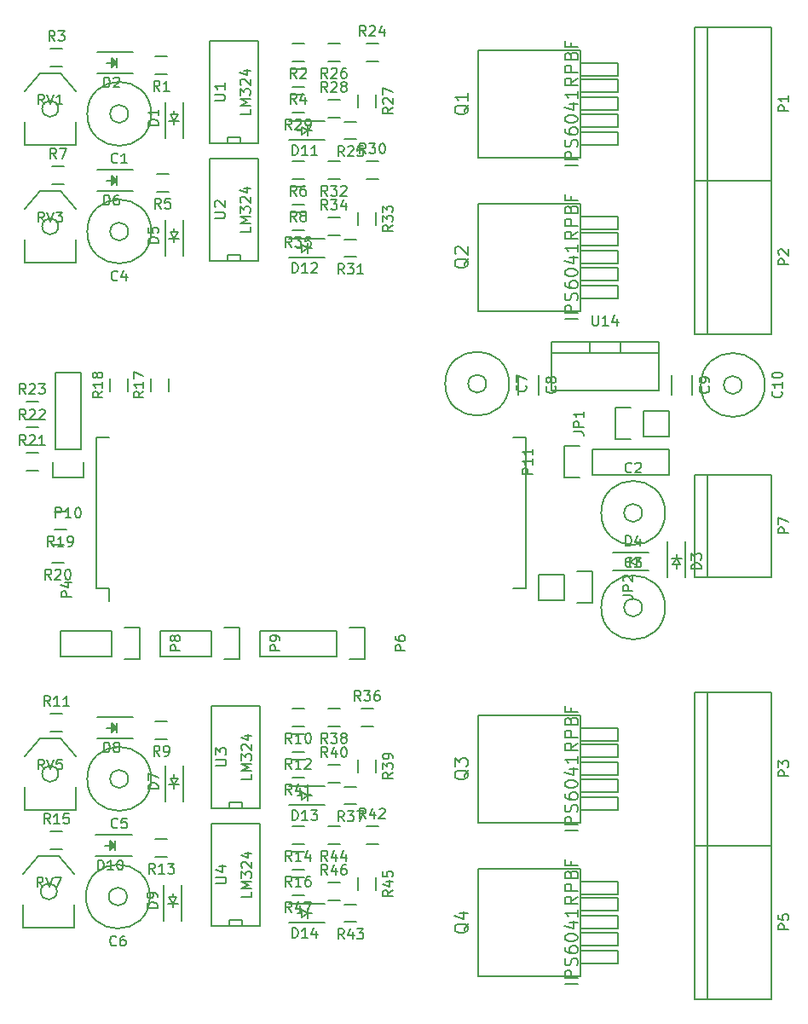
<source format=gbr>
G04 #@! TF.FileFunction,Legend,Top*
%FSLAX46Y46*%
G04 Gerber Fmt 4.6, Leading zero omitted, Abs format (unit mm)*
G04 Created by KiCad (PCBNEW 4.0.2-4+6225~38~ubuntu14.04.1-stable) date lör 26 mar 2016 09:33:26*
%MOMM*%
G01*
G04 APERTURE LIST*
%ADD10C,0.100000*%
%ADD11C,0.150000*%
%ADD12C,0.127000*%
%ADD13C,0.203200*%
%ADD14C,0.152400*%
G04 APERTURE END LIST*
D10*
D11*
X183769000Y-123698000D02*
G75*
G03X183769000Y-123698000I-3175000J0D01*
G01*
X181492026Y-123698000D02*
G75*
G03X181492026Y-123698000I-898026J0D01*
G01*
X183769000Y-114300000D02*
G75*
G03X183769000Y-114300000I-3175000J0D01*
G01*
X181492026Y-114300000D02*
G75*
G03X181492026Y-114300000I-898026J0D01*
G01*
X171205000Y-102600000D02*
X171205000Y-100600000D01*
X169155000Y-100600000D02*
X169155000Y-102600000D01*
X186445000Y-102600000D02*
X186445000Y-100600000D01*
X184395000Y-100600000D02*
X184395000Y-102600000D01*
X130928000Y-68546000D02*
X127328000Y-68546000D01*
X130928000Y-70646000D02*
X127328000Y-70646000D01*
X128878000Y-69896000D02*
X128878000Y-69296000D01*
X128878000Y-69296000D02*
X129178000Y-69596000D01*
X129178000Y-69596000D02*
X128978000Y-69796000D01*
X128978000Y-69796000D02*
X128978000Y-69546000D01*
X128978000Y-69546000D02*
X129028000Y-69596000D01*
X129278000Y-70096000D02*
X129278000Y-69096000D01*
X128778000Y-69596000D02*
X128278000Y-69596000D01*
X129278000Y-69596000D02*
X128778000Y-70096000D01*
X128778000Y-70096000D02*
X128778000Y-69096000D01*
X128778000Y-69096000D02*
X129278000Y-69596000D01*
X130928000Y-80230000D02*
X127328000Y-80230000D01*
X130928000Y-82330000D02*
X127328000Y-82330000D01*
X128878000Y-81580000D02*
X128878000Y-80980000D01*
X128878000Y-80980000D02*
X129178000Y-81280000D01*
X129178000Y-81280000D02*
X128978000Y-81480000D01*
X128978000Y-81480000D02*
X128978000Y-81230000D01*
X128978000Y-81230000D02*
X129028000Y-81280000D01*
X129278000Y-81780000D02*
X129278000Y-80780000D01*
X128778000Y-81280000D02*
X128278000Y-81280000D01*
X129278000Y-81280000D02*
X128778000Y-81780000D01*
X128778000Y-81780000D02*
X128778000Y-80780000D01*
X128778000Y-80780000D02*
X129278000Y-81280000D01*
X130928000Y-134586000D02*
X127328000Y-134586000D01*
X130928000Y-136686000D02*
X127328000Y-136686000D01*
X128878000Y-135936000D02*
X128878000Y-135336000D01*
X128878000Y-135336000D02*
X129178000Y-135636000D01*
X129178000Y-135636000D02*
X128978000Y-135836000D01*
X128978000Y-135836000D02*
X128978000Y-135586000D01*
X128978000Y-135586000D02*
X129028000Y-135636000D01*
X129278000Y-136136000D02*
X129278000Y-135136000D01*
X128778000Y-135636000D02*
X128278000Y-135636000D01*
X129278000Y-135636000D02*
X128778000Y-136136000D01*
X128778000Y-136136000D02*
X128778000Y-135136000D01*
X128778000Y-135136000D02*
X129278000Y-135636000D01*
X130801000Y-146270000D02*
X127201000Y-146270000D01*
X130801000Y-148370000D02*
X127201000Y-148370000D01*
X128751000Y-147620000D02*
X128751000Y-147020000D01*
X128751000Y-147020000D02*
X129051000Y-147320000D01*
X129051000Y-147320000D02*
X128851000Y-147520000D01*
X128851000Y-147520000D02*
X128851000Y-147270000D01*
X128851000Y-147270000D02*
X128901000Y-147320000D01*
X129151000Y-147820000D02*
X129151000Y-146820000D01*
X128651000Y-147320000D02*
X128151000Y-147320000D01*
X129151000Y-147320000D02*
X128651000Y-147820000D01*
X128651000Y-147820000D02*
X128651000Y-146820000D01*
X128651000Y-146820000D02*
X129151000Y-147320000D01*
X181610000Y-104140000D02*
X184150000Y-104140000D01*
X178790000Y-103860000D02*
X180340000Y-103860000D01*
X181610000Y-104140000D02*
X181610000Y-106680000D01*
X180340000Y-106960000D02*
X178790000Y-106960000D01*
X178790000Y-106960000D02*
X178790000Y-103860000D01*
X181610000Y-106680000D02*
X184150000Y-106680000D01*
X184150000Y-106680000D02*
X184150000Y-104140000D01*
X173736000Y-122936000D02*
X171196000Y-122936000D01*
X176556000Y-123216000D02*
X175006000Y-123216000D01*
X173736000Y-122936000D02*
X173736000Y-120396000D01*
X175006000Y-120116000D02*
X176556000Y-120116000D01*
X176556000Y-120116000D02*
X176556000Y-123216000D01*
X173736000Y-120396000D02*
X171196000Y-120396000D01*
X171196000Y-120396000D02*
X171196000Y-122936000D01*
X186690000Y-66040000D02*
X194310000Y-66040000D01*
X186690000Y-81280000D02*
X194310000Y-81280000D01*
X187960000Y-66040000D02*
X187960000Y-81280000D01*
X194310000Y-66040000D02*
X194310000Y-81280000D01*
X186690000Y-66040000D02*
X186690000Y-81280000D01*
X186690000Y-81280000D02*
X194310000Y-81280000D01*
X186690000Y-96520000D02*
X194310000Y-96520000D01*
X187960000Y-81280000D02*
X187960000Y-96520000D01*
X194310000Y-81280000D02*
X194310000Y-96520000D01*
X186690000Y-81280000D02*
X186690000Y-96520000D01*
X186690000Y-132080000D02*
X194310000Y-132080000D01*
X186690000Y-147320000D02*
X194310000Y-147320000D01*
X187960000Y-132080000D02*
X187960000Y-147320000D01*
X194310000Y-132080000D02*
X194310000Y-147320000D01*
X186690000Y-132080000D02*
X186690000Y-147320000D01*
X127245000Y-121785000D02*
X128515000Y-121785000D01*
X127245000Y-106815000D02*
X128515000Y-106815000D01*
X169935000Y-106815000D02*
X168665000Y-106815000D01*
X169935000Y-121785000D02*
X168665000Y-121785000D01*
X127245000Y-121785000D02*
X127245000Y-106815000D01*
X169935000Y-121785000D02*
X169935000Y-106815000D01*
X128515000Y-121785000D02*
X128515000Y-123070000D01*
X186690000Y-147320000D02*
X194310000Y-147320000D01*
X186690000Y-162560000D02*
X194310000Y-162560000D01*
X187960000Y-147320000D02*
X187960000Y-162560000D01*
X194310000Y-147320000D02*
X194310000Y-162560000D01*
X186690000Y-147320000D02*
X186690000Y-162560000D01*
X151130000Y-125984000D02*
X143510000Y-125984000D01*
X151130000Y-128524000D02*
X143510000Y-128524000D01*
X153950000Y-128804000D02*
X152400000Y-128804000D01*
X143510000Y-125984000D02*
X143510000Y-128524000D01*
X151130000Y-128524000D02*
X151130000Y-125984000D01*
X152400000Y-125704000D02*
X153950000Y-125704000D01*
X153950000Y-125704000D02*
X153950000Y-128804000D01*
X128778000Y-125984000D02*
X123698000Y-125984000D01*
X123698000Y-125984000D02*
X123698000Y-128524000D01*
X123698000Y-128524000D02*
X128778000Y-128524000D01*
X131598000Y-128804000D02*
X130048000Y-128804000D01*
X128778000Y-128524000D02*
X128778000Y-125984000D01*
X130048000Y-125704000D02*
X131598000Y-125704000D01*
X131598000Y-125704000D02*
X131598000Y-128804000D01*
X138684000Y-125984000D02*
X133604000Y-125984000D01*
X133604000Y-125984000D02*
X133604000Y-128524000D01*
X133604000Y-128524000D02*
X138684000Y-128524000D01*
X141504000Y-128804000D02*
X139954000Y-128804000D01*
X138684000Y-128524000D02*
X138684000Y-125984000D01*
X139954000Y-125704000D02*
X141504000Y-125704000D01*
X141504000Y-125704000D02*
X141504000Y-128804000D01*
X125730000Y-107950000D02*
X125730000Y-100330000D01*
X123190000Y-107950000D02*
X123190000Y-100330000D01*
X122910000Y-110770000D02*
X122910000Y-109220000D01*
X125730000Y-100330000D02*
X123190000Y-100330000D01*
X123190000Y-107950000D02*
X125730000Y-107950000D01*
X126010000Y-109220000D02*
X126010000Y-110770000D01*
X126010000Y-110770000D02*
X122910000Y-110770000D01*
X176530000Y-110490000D02*
X184150000Y-110490000D01*
X176530000Y-107950000D02*
X184150000Y-107950000D01*
X173710000Y-107670000D02*
X175260000Y-107670000D01*
X184150000Y-110490000D02*
X184150000Y-107950000D01*
X176530000Y-107950000D02*
X176530000Y-110490000D01*
X175260000Y-110770000D02*
X173710000Y-110770000D01*
X173710000Y-110770000D02*
X173710000Y-107670000D01*
X176276000Y-97282000D02*
X176276000Y-98425000D01*
X179324000Y-97282000D02*
X179324000Y-98425000D01*
X183134000Y-98425000D02*
X183134000Y-102108000D01*
X183134000Y-102108000D02*
X172466000Y-102108000D01*
X172466000Y-102108000D02*
X172466000Y-98425000D01*
X183134000Y-97282000D02*
X183134000Y-98425000D01*
X183134000Y-98425000D02*
X172466000Y-98425000D01*
X172466000Y-98425000D02*
X172466000Y-97282000D01*
X177800000Y-97282000D02*
X172466000Y-97282000D01*
X177800000Y-97282000D02*
X183134000Y-97282000D01*
X132715000Y-74676000D02*
G75*
G03X132715000Y-74676000I-3175000J0D01*
G01*
X130438026Y-74676000D02*
G75*
G03X130438026Y-74676000I-898026J0D01*
G01*
X132715000Y-86360000D02*
G75*
G03X132715000Y-86360000I-3175000J0D01*
G01*
X130438026Y-86360000D02*
G75*
G03X130438026Y-86360000I-898026J0D01*
G01*
X132715000Y-140716000D02*
G75*
G03X132715000Y-140716000I-3175000J0D01*
G01*
X130438026Y-140716000D02*
G75*
G03X130438026Y-140716000I-898026J0D01*
G01*
X132588000Y-152400000D02*
G75*
G03X132588000Y-152400000I-3175000J0D01*
G01*
X130311026Y-152400000D02*
G75*
G03X130311026Y-152400000I-898026J0D01*
G01*
X168275000Y-101473000D02*
G75*
G03X168275000Y-101473000I-3175000J0D01*
G01*
X165998026Y-101473000D02*
G75*
G03X165998026Y-101473000I-898026J0D01*
G01*
X193675000Y-101600000D02*
G75*
G03X193675000Y-101600000I-3175000J0D01*
G01*
X191398026Y-101600000D02*
G75*
G03X191398026Y-101600000I-898026J0D01*
G01*
D12*
X175387000Y-70866000D02*
X179070000Y-70866000D01*
X179070000Y-70866000D02*
X179070000Y-69596000D01*
X179070000Y-69596000D02*
X175387000Y-69596000D01*
X175387000Y-72517000D02*
X179070000Y-72517000D01*
X179070000Y-72517000D02*
X179070000Y-71247000D01*
X179070000Y-71247000D02*
X175387000Y-71247000D01*
X175387000Y-74295000D02*
X179070000Y-74295000D01*
X179070000Y-74295000D02*
X179070000Y-73025000D01*
X179070000Y-73025000D02*
X175387000Y-73025000D01*
X175387000Y-75946000D02*
X179070000Y-75946000D01*
X179070000Y-75946000D02*
X179070000Y-74803000D01*
X179070000Y-74803000D02*
X179070000Y-74676000D01*
X179070000Y-74676000D02*
X175387000Y-74676000D01*
X175387000Y-77724000D02*
X179070000Y-77724000D01*
X179070000Y-77724000D02*
X179070000Y-76454000D01*
X179070000Y-76454000D02*
X175387000Y-76454000D01*
X175387000Y-78994000D02*
X175387000Y-68326000D01*
X175387000Y-68326000D02*
X165227000Y-68326000D01*
X165227000Y-68326000D02*
X165227000Y-78994000D01*
X165227000Y-78994000D02*
X175387000Y-78994000D01*
X175387000Y-86106000D02*
X179070000Y-86106000D01*
X179070000Y-86106000D02*
X179070000Y-84836000D01*
X179070000Y-84836000D02*
X175387000Y-84836000D01*
X175387000Y-87757000D02*
X179070000Y-87757000D01*
X179070000Y-87757000D02*
X179070000Y-86487000D01*
X179070000Y-86487000D02*
X175387000Y-86487000D01*
X175387000Y-89535000D02*
X179070000Y-89535000D01*
X179070000Y-89535000D02*
X179070000Y-88265000D01*
X179070000Y-88265000D02*
X175387000Y-88265000D01*
X175387000Y-91186000D02*
X179070000Y-91186000D01*
X179070000Y-91186000D02*
X179070000Y-90043000D01*
X179070000Y-90043000D02*
X179070000Y-89916000D01*
X179070000Y-89916000D02*
X175387000Y-89916000D01*
X175387000Y-92964000D02*
X179070000Y-92964000D01*
X179070000Y-92964000D02*
X179070000Y-91694000D01*
X179070000Y-91694000D02*
X175387000Y-91694000D01*
X175387000Y-94234000D02*
X175387000Y-83566000D01*
X175387000Y-83566000D02*
X165227000Y-83566000D01*
X165227000Y-83566000D02*
X165227000Y-94234000D01*
X165227000Y-94234000D02*
X175387000Y-94234000D01*
X175387000Y-136906000D02*
X179070000Y-136906000D01*
X179070000Y-136906000D02*
X179070000Y-135636000D01*
X179070000Y-135636000D02*
X175387000Y-135636000D01*
X175387000Y-138557000D02*
X179070000Y-138557000D01*
X179070000Y-138557000D02*
X179070000Y-137287000D01*
X179070000Y-137287000D02*
X175387000Y-137287000D01*
X175387000Y-140335000D02*
X179070000Y-140335000D01*
X179070000Y-140335000D02*
X179070000Y-139065000D01*
X179070000Y-139065000D02*
X175387000Y-139065000D01*
X175387000Y-141986000D02*
X179070000Y-141986000D01*
X179070000Y-141986000D02*
X179070000Y-140843000D01*
X179070000Y-140843000D02*
X179070000Y-140716000D01*
X179070000Y-140716000D02*
X175387000Y-140716000D01*
X175387000Y-143764000D02*
X179070000Y-143764000D01*
X179070000Y-143764000D02*
X179070000Y-142494000D01*
X179070000Y-142494000D02*
X175387000Y-142494000D01*
X175387000Y-145034000D02*
X175387000Y-134366000D01*
X175387000Y-134366000D02*
X165227000Y-134366000D01*
X165227000Y-134366000D02*
X165227000Y-145034000D01*
X165227000Y-145034000D02*
X175387000Y-145034000D01*
X175387000Y-152146000D02*
X179070000Y-152146000D01*
X179070000Y-152146000D02*
X179070000Y-150876000D01*
X179070000Y-150876000D02*
X175387000Y-150876000D01*
X175387000Y-153797000D02*
X179070000Y-153797000D01*
X179070000Y-153797000D02*
X179070000Y-152527000D01*
X179070000Y-152527000D02*
X175387000Y-152527000D01*
X175387000Y-155575000D02*
X179070000Y-155575000D01*
X179070000Y-155575000D02*
X179070000Y-154305000D01*
X179070000Y-154305000D02*
X175387000Y-154305000D01*
X175387000Y-157226000D02*
X179070000Y-157226000D01*
X179070000Y-157226000D02*
X179070000Y-156083000D01*
X179070000Y-156083000D02*
X179070000Y-155956000D01*
X179070000Y-155956000D02*
X175387000Y-155956000D01*
X175387000Y-159004000D02*
X179070000Y-159004000D01*
X179070000Y-159004000D02*
X179070000Y-157734000D01*
X179070000Y-157734000D02*
X175387000Y-157734000D01*
X175387000Y-160274000D02*
X175387000Y-149606000D01*
X175387000Y-149606000D02*
X165227000Y-149606000D01*
X165227000Y-149606000D02*
X165227000Y-160274000D01*
X165227000Y-160274000D02*
X175387000Y-160274000D01*
D11*
X187960000Y-120650000D02*
X187960000Y-110490000D01*
X186690000Y-120650000D02*
X194310000Y-120650000D01*
X194310000Y-120650000D02*
X194310000Y-110490000D01*
X194310000Y-110490000D02*
X186690000Y-110490000D01*
X186690000Y-110490000D02*
X186690000Y-120650000D01*
X120142000Y-75438000D02*
X120142000Y-77724000D01*
X120142000Y-77724000D02*
X125222000Y-77724000D01*
X125222000Y-77724000D02*
X125222000Y-75438000D01*
X120142000Y-72390000D02*
X121666000Y-70612000D01*
X121666000Y-70612000D02*
X123698000Y-70612000D01*
X123698000Y-70612000D02*
X125222000Y-72390000D01*
X123485219Y-74168000D02*
G75*
G03X123485219Y-74168000I-803219J0D01*
G01*
X120142000Y-87122000D02*
X120142000Y-89408000D01*
X120142000Y-89408000D02*
X125222000Y-89408000D01*
X125222000Y-89408000D02*
X125222000Y-87122000D01*
X120142000Y-84074000D02*
X121666000Y-82296000D01*
X121666000Y-82296000D02*
X123698000Y-82296000D01*
X123698000Y-82296000D02*
X125222000Y-84074000D01*
X123485219Y-85852000D02*
G75*
G03X123485219Y-85852000I-803219J0D01*
G01*
X120142000Y-141478000D02*
X120142000Y-143764000D01*
X120142000Y-143764000D02*
X125222000Y-143764000D01*
X125222000Y-143764000D02*
X125222000Y-141478000D01*
X120142000Y-138430000D02*
X121666000Y-136652000D01*
X121666000Y-136652000D02*
X123698000Y-136652000D01*
X123698000Y-136652000D02*
X125222000Y-138430000D01*
X123485219Y-140208000D02*
G75*
G03X123485219Y-140208000I-803219J0D01*
G01*
X120015000Y-153162000D02*
X120015000Y-155448000D01*
X120015000Y-155448000D02*
X125095000Y-155448000D01*
X125095000Y-155448000D02*
X125095000Y-153162000D01*
X120015000Y-150114000D02*
X121539000Y-148336000D01*
X121539000Y-148336000D02*
X123571000Y-148336000D01*
X123571000Y-148336000D02*
X125095000Y-150114000D01*
X123358219Y-151892000D02*
G75*
G03X123358219Y-151892000I-803219J0D01*
G01*
D13*
X138557000Y-67437000D02*
X143383000Y-67437000D01*
X143383000Y-67437000D02*
X143383000Y-77597000D01*
X143383000Y-77597000D02*
X138557000Y-77597000D01*
X138557000Y-77597000D02*
X138557000Y-67437000D01*
X140335000Y-77597000D02*
X140335000Y-76962000D01*
X140335000Y-76962000D02*
X141605000Y-76962000D01*
X141605000Y-76962000D02*
X141605000Y-77597000D01*
X138557000Y-79121000D02*
X143383000Y-79121000D01*
X143383000Y-79121000D02*
X143383000Y-89281000D01*
X143383000Y-89281000D02*
X138557000Y-89281000D01*
X138557000Y-89281000D02*
X138557000Y-79121000D01*
X140335000Y-89281000D02*
X140335000Y-88646000D01*
X140335000Y-88646000D02*
X141605000Y-88646000D01*
X141605000Y-88646000D02*
X141605000Y-89281000D01*
X138684000Y-133477000D02*
X143510000Y-133477000D01*
X143510000Y-133477000D02*
X143510000Y-143637000D01*
X143510000Y-143637000D02*
X138684000Y-143637000D01*
X138684000Y-143637000D02*
X138684000Y-133477000D01*
X140462000Y-143637000D02*
X140462000Y-143002000D01*
X140462000Y-143002000D02*
X141732000Y-143002000D01*
X141732000Y-143002000D02*
X141732000Y-143637000D01*
X138684000Y-145161000D02*
X143510000Y-145161000D01*
X143510000Y-145161000D02*
X143510000Y-155321000D01*
X143510000Y-155321000D02*
X138684000Y-155321000D01*
X138684000Y-155321000D02*
X138684000Y-145161000D01*
X140462000Y-155321000D02*
X140462000Y-154686000D01*
X140462000Y-154686000D02*
X141732000Y-154686000D01*
X141732000Y-154686000D02*
X141732000Y-155321000D01*
D11*
X135001000Y-74739500D02*
X135001000Y-74358500D01*
X135001000Y-75755500D02*
X135001000Y-75374500D01*
X135001000Y-75374500D02*
X134620000Y-74739500D01*
X134620000Y-74739500D02*
X135382000Y-74739500D01*
X135382000Y-74739500D02*
X135001000Y-75374500D01*
X134493000Y-75374500D02*
X135509000Y-75374500D01*
X135901000Y-77057000D02*
X135901000Y-73517000D01*
X134101000Y-77057000D02*
X134101000Y-73517000D01*
X184912000Y-119443500D02*
X184912000Y-119824500D01*
X184912000Y-118427500D02*
X184912000Y-118808500D01*
X184912000Y-118808500D02*
X185293000Y-119443500D01*
X185293000Y-119443500D02*
X184531000Y-119443500D01*
X184531000Y-119443500D02*
X184912000Y-118808500D01*
X185420000Y-118808500D02*
X184404000Y-118808500D01*
X184012000Y-117126000D02*
X184012000Y-120666000D01*
X185812000Y-117126000D02*
X185812000Y-120666000D01*
X180911500Y-119126000D02*
X181292500Y-119126000D01*
X179895500Y-119126000D02*
X180276500Y-119126000D01*
X180276500Y-119126000D02*
X180911500Y-118745000D01*
X180911500Y-118745000D02*
X180911500Y-119507000D01*
X180911500Y-119507000D02*
X180276500Y-119126000D01*
X180276500Y-118618000D02*
X180276500Y-119634000D01*
X178594000Y-120026000D02*
X182134000Y-120026000D01*
X178594000Y-118226000D02*
X182134000Y-118226000D01*
X135001000Y-86423500D02*
X135001000Y-86042500D01*
X135001000Y-87439500D02*
X135001000Y-87058500D01*
X135001000Y-87058500D02*
X134620000Y-86423500D01*
X134620000Y-86423500D02*
X135382000Y-86423500D01*
X135382000Y-86423500D02*
X135001000Y-87058500D01*
X134493000Y-87058500D02*
X135509000Y-87058500D01*
X135901000Y-88741000D02*
X135901000Y-85201000D01*
X134101000Y-88741000D02*
X134101000Y-85201000D01*
X135001000Y-140652500D02*
X135001000Y-140271500D01*
X135001000Y-141668500D02*
X135001000Y-141287500D01*
X135001000Y-141287500D02*
X134620000Y-140652500D01*
X134620000Y-140652500D02*
X135382000Y-140652500D01*
X135382000Y-140652500D02*
X135001000Y-141287500D01*
X134493000Y-141287500D02*
X135509000Y-141287500D01*
X135901000Y-142970000D02*
X135901000Y-139430000D01*
X134101000Y-142970000D02*
X134101000Y-139430000D01*
X134874000Y-152463500D02*
X134874000Y-152082500D01*
X134874000Y-153479500D02*
X134874000Y-153098500D01*
X134874000Y-153098500D02*
X134493000Y-152463500D01*
X134493000Y-152463500D02*
X135255000Y-152463500D01*
X135255000Y-152463500D02*
X134874000Y-153098500D01*
X134366000Y-153098500D02*
X135382000Y-153098500D01*
X135774000Y-154781000D02*
X135774000Y-151241000D01*
X133974000Y-154781000D02*
X133974000Y-151241000D01*
X147637500Y-76327000D02*
X147256500Y-76327000D01*
X148653500Y-76327000D02*
X148272500Y-76327000D01*
X148272500Y-76327000D02*
X147637500Y-76708000D01*
X147637500Y-76708000D02*
X147637500Y-75946000D01*
X147637500Y-75946000D02*
X148272500Y-76327000D01*
X148272500Y-76835000D02*
X148272500Y-75819000D01*
X149955000Y-75427000D02*
X146415000Y-75427000D01*
X149955000Y-77227000D02*
X146415000Y-77227000D01*
X147637500Y-88011000D02*
X147256500Y-88011000D01*
X148653500Y-88011000D02*
X148272500Y-88011000D01*
X148272500Y-88011000D02*
X147637500Y-88392000D01*
X147637500Y-88392000D02*
X147637500Y-87630000D01*
X147637500Y-87630000D02*
X148272500Y-88011000D01*
X148272500Y-88519000D02*
X148272500Y-87503000D01*
X149955000Y-87111000D02*
X146415000Y-87111000D01*
X149955000Y-88911000D02*
X146415000Y-88911000D01*
X147637500Y-142367000D02*
X147256500Y-142367000D01*
X148653500Y-142367000D02*
X148272500Y-142367000D01*
X148272500Y-142367000D02*
X147637500Y-142748000D01*
X147637500Y-142748000D02*
X147637500Y-141986000D01*
X147637500Y-141986000D02*
X148272500Y-142367000D01*
X148272500Y-142875000D02*
X148272500Y-141859000D01*
X149955000Y-141467000D02*
X146415000Y-141467000D01*
X149955000Y-143267000D02*
X146415000Y-143267000D01*
X147637500Y-154051000D02*
X147256500Y-154051000D01*
X148653500Y-154051000D02*
X148272500Y-154051000D01*
X148272500Y-154051000D02*
X147637500Y-154432000D01*
X147637500Y-154432000D02*
X147637500Y-153670000D01*
X147637500Y-153670000D02*
X148272500Y-154051000D01*
X148272500Y-154559000D02*
X148272500Y-153543000D01*
X149955000Y-153151000D02*
X146415000Y-153151000D01*
X149955000Y-154951000D02*
X146415000Y-154951000D01*
X133131000Y-68975000D02*
X134331000Y-68975000D01*
X134331000Y-70725000D02*
X133131000Y-70725000D01*
X146720000Y-67705000D02*
X147920000Y-67705000D01*
X147920000Y-69455000D02*
X146720000Y-69455000D01*
X123917000Y-69963000D02*
X122717000Y-69963000D01*
X122717000Y-68213000D02*
X123917000Y-68213000D01*
X146720000Y-70245000D02*
X147920000Y-70245000D01*
X147920000Y-71995000D02*
X146720000Y-71995000D01*
X133258000Y-80659000D02*
X134458000Y-80659000D01*
X134458000Y-82409000D02*
X133258000Y-82409000D01*
X146720000Y-79389000D02*
X147920000Y-79389000D01*
X147920000Y-81139000D02*
X146720000Y-81139000D01*
X124044000Y-81647000D02*
X122844000Y-81647000D01*
X122844000Y-79897000D02*
X124044000Y-79897000D01*
X146720000Y-81929000D02*
X147920000Y-81929000D01*
X147920000Y-83679000D02*
X146720000Y-83679000D01*
X133131000Y-135015000D02*
X134331000Y-135015000D01*
X134331000Y-136765000D02*
X133131000Y-136765000D01*
X146720000Y-133745000D02*
X147920000Y-133745000D01*
X147920000Y-135495000D02*
X146720000Y-135495000D01*
X123917000Y-136003000D02*
X122717000Y-136003000D01*
X122717000Y-134253000D02*
X123917000Y-134253000D01*
X146720000Y-136285000D02*
X147920000Y-136285000D01*
X147920000Y-138035000D02*
X146720000Y-138035000D01*
X133131000Y-146699000D02*
X134331000Y-146699000D01*
X134331000Y-148449000D02*
X133131000Y-148449000D01*
X146720000Y-145429000D02*
X147920000Y-145429000D01*
X147920000Y-147179000D02*
X146720000Y-147179000D01*
X123917000Y-147687000D02*
X122717000Y-147687000D01*
X122717000Y-145937000D02*
X123917000Y-145937000D01*
X146720000Y-147969000D02*
X147920000Y-147969000D01*
X147920000Y-149719000D02*
X146720000Y-149719000D01*
X134479000Y-101000000D02*
X134479000Y-102200000D01*
X132729000Y-102200000D02*
X132729000Y-101000000D01*
X130415000Y-101000000D02*
X130415000Y-102200000D01*
X128665000Y-102200000D02*
X128665000Y-101000000D01*
X123098000Y-114187000D02*
X124298000Y-114187000D01*
X124298000Y-115937000D02*
X123098000Y-115937000D01*
X122844000Y-117489000D02*
X124044000Y-117489000D01*
X124044000Y-119239000D02*
X122844000Y-119239000D01*
X121504000Y-110095000D02*
X120304000Y-110095000D01*
X120304000Y-108345000D02*
X121504000Y-108345000D01*
X121504000Y-107555000D02*
X120304000Y-107555000D01*
X120304000Y-105805000D02*
X121504000Y-105805000D01*
X121504000Y-105015000D02*
X120304000Y-105015000D01*
X120304000Y-103265000D02*
X121504000Y-103265000D01*
X155286000Y-69455000D02*
X154086000Y-69455000D01*
X154086000Y-67705000D02*
X155286000Y-67705000D01*
X151927000Y-75452000D02*
X153127000Y-75452000D01*
X153127000Y-77202000D02*
X151927000Y-77202000D01*
X150276000Y-67705000D02*
X151476000Y-67705000D01*
X151476000Y-69455000D02*
X150276000Y-69455000D01*
X153303000Y-74006000D02*
X153303000Y-72806000D01*
X155053000Y-72806000D02*
X155053000Y-74006000D01*
X151476000Y-75043000D02*
X150276000Y-75043000D01*
X150276000Y-73293000D02*
X151476000Y-73293000D01*
X146720000Y-72785000D02*
X147920000Y-72785000D01*
X147920000Y-74535000D02*
X146720000Y-74535000D01*
X155286000Y-81139000D02*
X154086000Y-81139000D01*
X154086000Y-79389000D02*
X155286000Y-79389000D01*
X151927000Y-87136000D02*
X153127000Y-87136000D01*
X153127000Y-88886000D02*
X151927000Y-88886000D01*
X150276000Y-79389000D02*
X151476000Y-79389000D01*
X151476000Y-81139000D02*
X150276000Y-81139000D01*
X153303000Y-85690000D02*
X153303000Y-84490000D01*
X155053000Y-84490000D02*
X155053000Y-85690000D01*
X151476000Y-86727000D02*
X150276000Y-86727000D01*
X150276000Y-84977000D02*
X151476000Y-84977000D01*
X146720000Y-84469000D02*
X147920000Y-84469000D01*
X147920000Y-86219000D02*
X146720000Y-86219000D01*
X154778000Y-135495000D02*
X153578000Y-135495000D01*
X153578000Y-133745000D02*
X154778000Y-133745000D01*
X151927000Y-141492000D02*
X153127000Y-141492000D01*
X153127000Y-143242000D02*
X151927000Y-143242000D01*
X150276000Y-133745000D02*
X151476000Y-133745000D01*
X151476000Y-135495000D02*
X150276000Y-135495000D01*
X153303000Y-140046000D02*
X153303000Y-138846000D01*
X155053000Y-138846000D02*
X155053000Y-140046000D01*
X151476000Y-141083000D02*
X150276000Y-141083000D01*
X150276000Y-139333000D02*
X151476000Y-139333000D01*
X146720000Y-138825000D02*
X147920000Y-138825000D01*
X147920000Y-140575000D02*
X146720000Y-140575000D01*
X155286000Y-147179000D02*
X154086000Y-147179000D01*
X154086000Y-145429000D02*
X155286000Y-145429000D01*
X151927000Y-153176000D02*
X153127000Y-153176000D01*
X153127000Y-154926000D02*
X151927000Y-154926000D01*
X150276000Y-145429000D02*
X151476000Y-145429000D01*
X151476000Y-147179000D02*
X150276000Y-147179000D01*
X153303000Y-151730000D02*
X153303000Y-150530000D01*
X155053000Y-150530000D02*
X155053000Y-151730000D01*
X151476000Y-152767000D02*
X150276000Y-152767000D01*
X150276000Y-151017000D02*
X151476000Y-151017000D01*
X146720000Y-150509000D02*
X147920000Y-150509000D01*
X147920000Y-152259000D02*
X146720000Y-152259000D01*
X180427334Y-119610143D02*
X180379715Y-119657762D01*
X180236858Y-119705381D01*
X180141620Y-119705381D01*
X179998762Y-119657762D01*
X179903524Y-119562524D01*
X179855905Y-119467286D01*
X179808286Y-119276810D01*
X179808286Y-119133952D01*
X179855905Y-118943476D01*
X179903524Y-118848238D01*
X179998762Y-118753000D01*
X180141620Y-118705381D01*
X180236858Y-118705381D01*
X180379715Y-118753000D01*
X180427334Y-118800619D01*
X180760667Y-118705381D02*
X181379715Y-118705381D01*
X181046381Y-119086333D01*
X181189239Y-119086333D01*
X181284477Y-119133952D01*
X181332096Y-119181571D01*
X181379715Y-119276810D01*
X181379715Y-119514905D01*
X181332096Y-119610143D01*
X181284477Y-119657762D01*
X181189239Y-119705381D01*
X180903524Y-119705381D01*
X180808286Y-119657762D01*
X180760667Y-119610143D01*
X180427334Y-110212143D02*
X180379715Y-110259762D01*
X180236858Y-110307381D01*
X180141620Y-110307381D01*
X179998762Y-110259762D01*
X179903524Y-110164524D01*
X179855905Y-110069286D01*
X179808286Y-109878810D01*
X179808286Y-109735952D01*
X179855905Y-109545476D01*
X179903524Y-109450238D01*
X179998762Y-109355000D01*
X180141620Y-109307381D01*
X180236858Y-109307381D01*
X180379715Y-109355000D01*
X180427334Y-109402619D01*
X180808286Y-109402619D02*
X180855905Y-109355000D01*
X180951143Y-109307381D01*
X181189239Y-109307381D01*
X181284477Y-109355000D01*
X181332096Y-109402619D01*
X181379715Y-109497857D01*
X181379715Y-109593095D01*
X181332096Y-109735952D01*
X180760667Y-110307381D01*
X181379715Y-110307381D01*
X172837143Y-101766666D02*
X172884762Y-101814285D01*
X172932381Y-101957142D01*
X172932381Y-102052380D01*
X172884762Y-102195238D01*
X172789524Y-102290476D01*
X172694286Y-102338095D01*
X172503810Y-102385714D01*
X172360952Y-102385714D01*
X172170476Y-102338095D01*
X172075238Y-102290476D01*
X171980000Y-102195238D01*
X171932381Y-102052380D01*
X171932381Y-101957142D01*
X171980000Y-101814285D01*
X172027619Y-101766666D01*
X172360952Y-101195238D02*
X172313333Y-101290476D01*
X172265714Y-101338095D01*
X172170476Y-101385714D01*
X172122857Y-101385714D01*
X172027619Y-101338095D01*
X171980000Y-101290476D01*
X171932381Y-101195238D01*
X171932381Y-101004761D01*
X171980000Y-100909523D01*
X172027619Y-100861904D01*
X172122857Y-100814285D01*
X172170476Y-100814285D01*
X172265714Y-100861904D01*
X172313333Y-100909523D01*
X172360952Y-101004761D01*
X172360952Y-101195238D01*
X172408571Y-101290476D01*
X172456190Y-101338095D01*
X172551429Y-101385714D01*
X172741905Y-101385714D01*
X172837143Y-101338095D01*
X172884762Y-101290476D01*
X172932381Y-101195238D01*
X172932381Y-101004761D01*
X172884762Y-100909523D01*
X172837143Y-100861904D01*
X172741905Y-100814285D01*
X172551429Y-100814285D01*
X172456190Y-100861904D01*
X172408571Y-100909523D01*
X172360952Y-101004761D01*
X188077143Y-101766666D02*
X188124762Y-101814285D01*
X188172381Y-101957142D01*
X188172381Y-102052380D01*
X188124762Y-102195238D01*
X188029524Y-102290476D01*
X187934286Y-102338095D01*
X187743810Y-102385714D01*
X187600952Y-102385714D01*
X187410476Y-102338095D01*
X187315238Y-102290476D01*
X187220000Y-102195238D01*
X187172381Y-102052380D01*
X187172381Y-101957142D01*
X187220000Y-101814285D01*
X187267619Y-101766666D01*
X188172381Y-101290476D02*
X188172381Y-101100000D01*
X188124762Y-101004761D01*
X188077143Y-100957142D01*
X187934286Y-100861904D01*
X187743810Y-100814285D01*
X187362857Y-100814285D01*
X187267619Y-100861904D01*
X187220000Y-100909523D01*
X187172381Y-101004761D01*
X187172381Y-101195238D01*
X187220000Y-101290476D01*
X187267619Y-101338095D01*
X187362857Y-101385714D01*
X187600952Y-101385714D01*
X187696190Y-101338095D01*
X187743810Y-101290476D01*
X187791429Y-101195238D01*
X187791429Y-101004761D01*
X187743810Y-100909523D01*
X187696190Y-100861904D01*
X187600952Y-100814285D01*
X128039905Y-72048381D02*
X128039905Y-71048381D01*
X128278000Y-71048381D01*
X128420858Y-71096000D01*
X128516096Y-71191238D01*
X128563715Y-71286476D01*
X128611334Y-71476952D01*
X128611334Y-71619810D01*
X128563715Y-71810286D01*
X128516096Y-71905524D01*
X128420858Y-72000762D01*
X128278000Y-72048381D01*
X128039905Y-72048381D01*
X128992286Y-71143619D02*
X129039905Y-71096000D01*
X129135143Y-71048381D01*
X129373239Y-71048381D01*
X129468477Y-71096000D01*
X129516096Y-71143619D01*
X129563715Y-71238857D01*
X129563715Y-71334095D01*
X129516096Y-71476952D01*
X128944667Y-72048381D01*
X129563715Y-72048381D01*
X128039905Y-83732381D02*
X128039905Y-82732381D01*
X128278000Y-82732381D01*
X128420858Y-82780000D01*
X128516096Y-82875238D01*
X128563715Y-82970476D01*
X128611334Y-83160952D01*
X128611334Y-83303810D01*
X128563715Y-83494286D01*
X128516096Y-83589524D01*
X128420858Y-83684762D01*
X128278000Y-83732381D01*
X128039905Y-83732381D01*
X129468477Y-82732381D02*
X129278000Y-82732381D01*
X129182762Y-82780000D01*
X129135143Y-82827619D01*
X129039905Y-82970476D01*
X128992286Y-83160952D01*
X128992286Y-83541905D01*
X129039905Y-83637143D01*
X129087524Y-83684762D01*
X129182762Y-83732381D01*
X129373239Y-83732381D01*
X129468477Y-83684762D01*
X129516096Y-83637143D01*
X129563715Y-83541905D01*
X129563715Y-83303810D01*
X129516096Y-83208571D01*
X129468477Y-83160952D01*
X129373239Y-83113333D01*
X129182762Y-83113333D01*
X129087524Y-83160952D01*
X129039905Y-83208571D01*
X128992286Y-83303810D01*
X128039905Y-138088381D02*
X128039905Y-137088381D01*
X128278000Y-137088381D01*
X128420858Y-137136000D01*
X128516096Y-137231238D01*
X128563715Y-137326476D01*
X128611334Y-137516952D01*
X128611334Y-137659810D01*
X128563715Y-137850286D01*
X128516096Y-137945524D01*
X128420858Y-138040762D01*
X128278000Y-138088381D01*
X128039905Y-138088381D01*
X129182762Y-137516952D02*
X129087524Y-137469333D01*
X129039905Y-137421714D01*
X128992286Y-137326476D01*
X128992286Y-137278857D01*
X129039905Y-137183619D01*
X129087524Y-137136000D01*
X129182762Y-137088381D01*
X129373239Y-137088381D01*
X129468477Y-137136000D01*
X129516096Y-137183619D01*
X129563715Y-137278857D01*
X129563715Y-137326476D01*
X129516096Y-137421714D01*
X129468477Y-137469333D01*
X129373239Y-137516952D01*
X129182762Y-137516952D01*
X129087524Y-137564571D01*
X129039905Y-137612190D01*
X128992286Y-137707429D01*
X128992286Y-137897905D01*
X129039905Y-137993143D01*
X129087524Y-138040762D01*
X129182762Y-138088381D01*
X129373239Y-138088381D01*
X129468477Y-138040762D01*
X129516096Y-137993143D01*
X129563715Y-137897905D01*
X129563715Y-137707429D01*
X129516096Y-137612190D01*
X129468477Y-137564571D01*
X129373239Y-137516952D01*
X127436714Y-149772381D02*
X127436714Y-148772381D01*
X127674809Y-148772381D01*
X127817667Y-148820000D01*
X127912905Y-148915238D01*
X127960524Y-149010476D01*
X128008143Y-149200952D01*
X128008143Y-149343810D01*
X127960524Y-149534286D01*
X127912905Y-149629524D01*
X127817667Y-149724762D01*
X127674809Y-149772381D01*
X127436714Y-149772381D01*
X128960524Y-149772381D02*
X128389095Y-149772381D01*
X128674809Y-149772381D02*
X128674809Y-148772381D01*
X128579571Y-148915238D01*
X128484333Y-149010476D01*
X128389095Y-149058095D01*
X129579571Y-148772381D02*
X129674810Y-148772381D01*
X129770048Y-148820000D01*
X129817667Y-148867619D01*
X129865286Y-148962857D01*
X129912905Y-149153333D01*
X129912905Y-149391429D01*
X129865286Y-149581905D01*
X129817667Y-149677143D01*
X129770048Y-149724762D01*
X129674810Y-149772381D01*
X129579571Y-149772381D01*
X129484333Y-149724762D01*
X129436714Y-149677143D01*
X129389095Y-149581905D01*
X129341476Y-149391429D01*
X129341476Y-149153333D01*
X129389095Y-148962857D01*
X129436714Y-148867619D01*
X129484333Y-148820000D01*
X129579571Y-148772381D01*
X174692381Y-106243333D02*
X175406667Y-106243333D01*
X175549524Y-106290953D01*
X175644762Y-106386191D01*
X175692381Y-106529048D01*
X175692381Y-106624286D01*
X175692381Y-105767143D02*
X174692381Y-105767143D01*
X174692381Y-105386190D01*
X174740000Y-105290952D01*
X174787619Y-105243333D01*
X174882857Y-105195714D01*
X175025714Y-105195714D01*
X175120952Y-105243333D01*
X175168571Y-105290952D01*
X175216190Y-105386190D01*
X175216190Y-105767143D01*
X175692381Y-104243333D02*
X175692381Y-104814762D01*
X175692381Y-104529048D02*
X174692381Y-104529048D01*
X174835238Y-104624286D01*
X174930476Y-104719524D01*
X174978095Y-104814762D01*
X179558381Y-122499333D02*
X180272667Y-122499333D01*
X180415524Y-122546953D01*
X180510762Y-122642191D01*
X180558381Y-122785048D01*
X180558381Y-122880286D01*
X180558381Y-122023143D02*
X179558381Y-122023143D01*
X179558381Y-121642190D01*
X179606000Y-121546952D01*
X179653619Y-121499333D01*
X179748857Y-121451714D01*
X179891714Y-121451714D01*
X179986952Y-121499333D01*
X180034571Y-121546952D01*
X180082190Y-121642190D01*
X180082190Y-122023143D01*
X179653619Y-121070762D02*
X179606000Y-121023143D01*
X179558381Y-120927905D01*
X179558381Y-120689809D01*
X179606000Y-120594571D01*
X179653619Y-120546952D01*
X179748857Y-120499333D01*
X179844095Y-120499333D01*
X179986952Y-120546952D01*
X180558381Y-121118381D01*
X180558381Y-120499333D01*
X196032381Y-74398095D02*
X195032381Y-74398095D01*
X195032381Y-74017142D01*
X195080000Y-73921904D01*
X195127619Y-73874285D01*
X195222857Y-73826666D01*
X195365714Y-73826666D01*
X195460952Y-73874285D01*
X195508571Y-73921904D01*
X195556190Y-74017142D01*
X195556190Y-74398095D01*
X196032381Y-72874285D02*
X196032381Y-73445714D01*
X196032381Y-73160000D02*
X195032381Y-73160000D01*
X195175238Y-73255238D01*
X195270476Y-73350476D01*
X195318095Y-73445714D01*
X196032381Y-89638095D02*
X195032381Y-89638095D01*
X195032381Y-89257142D01*
X195080000Y-89161904D01*
X195127619Y-89114285D01*
X195222857Y-89066666D01*
X195365714Y-89066666D01*
X195460952Y-89114285D01*
X195508571Y-89161904D01*
X195556190Y-89257142D01*
X195556190Y-89638095D01*
X195127619Y-88685714D02*
X195080000Y-88638095D01*
X195032381Y-88542857D01*
X195032381Y-88304761D01*
X195080000Y-88209523D01*
X195127619Y-88161904D01*
X195222857Y-88114285D01*
X195318095Y-88114285D01*
X195460952Y-88161904D01*
X196032381Y-88733333D01*
X196032381Y-88114285D01*
X196032381Y-140438095D02*
X195032381Y-140438095D01*
X195032381Y-140057142D01*
X195080000Y-139961904D01*
X195127619Y-139914285D01*
X195222857Y-139866666D01*
X195365714Y-139866666D01*
X195460952Y-139914285D01*
X195508571Y-139961904D01*
X195556190Y-140057142D01*
X195556190Y-140438095D01*
X195032381Y-139533333D02*
X195032381Y-138914285D01*
X195413333Y-139247619D01*
X195413333Y-139104761D01*
X195460952Y-139009523D01*
X195508571Y-138961904D01*
X195603810Y-138914285D01*
X195841905Y-138914285D01*
X195937143Y-138961904D01*
X195984762Y-139009523D01*
X196032381Y-139104761D01*
X196032381Y-139390476D01*
X195984762Y-139485714D01*
X195937143Y-139533333D01*
X124772381Y-122658095D02*
X123772381Y-122658095D01*
X123772381Y-122277142D01*
X123820000Y-122181904D01*
X123867619Y-122134285D01*
X123962857Y-122086666D01*
X124105714Y-122086666D01*
X124200952Y-122134285D01*
X124248571Y-122181904D01*
X124296190Y-122277142D01*
X124296190Y-122658095D01*
X124105714Y-121229523D02*
X124772381Y-121229523D01*
X123724762Y-121467619D02*
X124439048Y-121705714D01*
X124439048Y-121086666D01*
X196032381Y-155678095D02*
X195032381Y-155678095D01*
X195032381Y-155297142D01*
X195080000Y-155201904D01*
X195127619Y-155154285D01*
X195222857Y-155106666D01*
X195365714Y-155106666D01*
X195460952Y-155154285D01*
X195508571Y-155201904D01*
X195556190Y-155297142D01*
X195556190Y-155678095D01*
X195032381Y-154201904D02*
X195032381Y-154678095D01*
X195508571Y-154725714D01*
X195460952Y-154678095D01*
X195413333Y-154582857D01*
X195413333Y-154344761D01*
X195460952Y-154249523D01*
X195508571Y-154201904D01*
X195603810Y-154154285D01*
X195841905Y-154154285D01*
X195937143Y-154201904D01*
X195984762Y-154249523D01*
X196032381Y-154344761D01*
X196032381Y-154582857D01*
X195984762Y-154678095D01*
X195937143Y-154725714D01*
X157952381Y-127992095D02*
X156952381Y-127992095D01*
X156952381Y-127611142D01*
X157000000Y-127515904D01*
X157047619Y-127468285D01*
X157142857Y-127420666D01*
X157285714Y-127420666D01*
X157380952Y-127468285D01*
X157428571Y-127515904D01*
X157476190Y-127611142D01*
X157476190Y-127992095D01*
X156952381Y-126563523D02*
X156952381Y-126754000D01*
X157000000Y-126849238D01*
X157047619Y-126896857D01*
X157190476Y-126992095D01*
X157380952Y-127039714D01*
X157761905Y-127039714D01*
X157857143Y-126992095D01*
X157904762Y-126944476D01*
X157952381Y-126849238D01*
X157952381Y-126658761D01*
X157904762Y-126563523D01*
X157857143Y-126515904D01*
X157761905Y-126468285D01*
X157523810Y-126468285D01*
X157428571Y-126515904D01*
X157380952Y-126563523D01*
X157333333Y-126658761D01*
X157333333Y-126849238D01*
X157380952Y-126944476D01*
X157428571Y-126992095D01*
X157523810Y-127039714D01*
X135600381Y-127992095D02*
X134600381Y-127992095D01*
X134600381Y-127611142D01*
X134648000Y-127515904D01*
X134695619Y-127468285D01*
X134790857Y-127420666D01*
X134933714Y-127420666D01*
X135028952Y-127468285D01*
X135076571Y-127515904D01*
X135124190Y-127611142D01*
X135124190Y-127992095D01*
X135028952Y-126849238D02*
X134981333Y-126944476D01*
X134933714Y-126992095D01*
X134838476Y-127039714D01*
X134790857Y-127039714D01*
X134695619Y-126992095D01*
X134648000Y-126944476D01*
X134600381Y-126849238D01*
X134600381Y-126658761D01*
X134648000Y-126563523D01*
X134695619Y-126515904D01*
X134790857Y-126468285D01*
X134838476Y-126468285D01*
X134933714Y-126515904D01*
X134981333Y-126563523D01*
X135028952Y-126658761D01*
X135028952Y-126849238D01*
X135076571Y-126944476D01*
X135124190Y-126992095D01*
X135219429Y-127039714D01*
X135409905Y-127039714D01*
X135505143Y-126992095D01*
X135552762Y-126944476D01*
X135600381Y-126849238D01*
X135600381Y-126658761D01*
X135552762Y-126563523D01*
X135505143Y-126515904D01*
X135409905Y-126468285D01*
X135219429Y-126468285D01*
X135124190Y-126515904D01*
X135076571Y-126563523D01*
X135028952Y-126658761D01*
X145506381Y-127992095D02*
X144506381Y-127992095D01*
X144506381Y-127611142D01*
X144554000Y-127515904D01*
X144601619Y-127468285D01*
X144696857Y-127420666D01*
X144839714Y-127420666D01*
X144934952Y-127468285D01*
X144982571Y-127515904D01*
X145030190Y-127611142D01*
X145030190Y-127992095D01*
X145506381Y-126944476D02*
X145506381Y-126754000D01*
X145458762Y-126658761D01*
X145411143Y-126611142D01*
X145268286Y-126515904D01*
X145077810Y-126468285D01*
X144696857Y-126468285D01*
X144601619Y-126515904D01*
X144554000Y-126563523D01*
X144506381Y-126658761D01*
X144506381Y-126849238D01*
X144554000Y-126944476D01*
X144601619Y-126992095D01*
X144696857Y-127039714D01*
X144934952Y-127039714D01*
X145030190Y-126992095D01*
X145077810Y-126944476D01*
X145125429Y-126849238D01*
X145125429Y-126658761D01*
X145077810Y-126563523D01*
X145030190Y-126515904D01*
X144934952Y-126468285D01*
X123245714Y-114772381D02*
X123245714Y-113772381D01*
X123626667Y-113772381D01*
X123721905Y-113820000D01*
X123769524Y-113867619D01*
X123817143Y-113962857D01*
X123817143Y-114105714D01*
X123769524Y-114200952D01*
X123721905Y-114248571D01*
X123626667Y-114296190D01*
X123245714Y-114296190D01*
X124769524Y-114772381D02*
X124198095Y-114772381D01*
X124483809Y-114772381D02*
X124483809Y-113772381D01*
X124388571Y-113915238D01*
X124293333Y-114010476D01*
X124198095Y-114058095D01*
X125388571Y-113772381D02*
X125483810Y-113772381D01*
X125579048Y-113820000D01*
X125626667Y-113867619D01*
X125674286Y-113962857D01*
X125721905Y-114153333D01*
X125721905Y-114391429D01*
X125674286Y-114581905D01*
X125626667Y-114677143D01*
X125579048Y-114724762D01*
X125483810Y-114772381D01*
X125388571Y-114772381D01*
X125293333Y-114724762D01*
X125245714Y-114677143D01*
X125198095Y-114581905D01*
X125150476Y-114391429D01*
X125150476Y-114153333D01*
X125198095Y-113962857D01*
X125245714Y-113867619D01*
X125293333Y-113820000D01*
X125388571Y-113772381D01*
X170612381Y-110434286D02*
X169612381Y-110434286D01*
X169612381Y-110053333D01*
X169660000Y-109958095D01*
X169707619Y-109910476D01*
X169802857Y-109862857D01*
X169945714Y-109862857D01*
X170040952Y-109910476D01*
X170088571Y-109958095D01*
X170136190Y-110053333D01*
X170136190Y-110434286D01*
X170612381Y-108910476D02*
X170612381Y-109481905D01*
X170612381Y-109196191D02*
X169612381Y-109196191D01*
X169755238Y-109291429D01*
X169850476Y-109386667D01*
X169898095Y-109481905D01*
X170612381Y-107958095D02*
X170612381Y-108529524D01*
X170612381Y-108243810D02*
X169612381Y-108243810D01*
X169755238Y-108339048D01*
X169850476Y-108434286D01*
X169898095Y-108529524D01*
X176561905Y-94702381D02*
X176561905Y-95511905D01*
X176609524Y-95607143D01*
X176657143Y-95654762D01*
X176752381Y-95702381D01*
X176942858Y-95702381D01*
X177038096Y-95654762D01*
X177085715Y-95607143D01*
X177133334Y-95511905D01*
X177133334Y-94702381D01*
X178133334Y-95702381D02*
X177561905Y-95702381D01*
X177847619Y-95702381D02*
X177847619Y-94702381D01*
X177752381Y-94845238D01*
X177657143Y-94940476D01*
X177561905Y-94988095D01*
X178990477Y-95035714D02*
X178990477Y-95702381D01*
X178752381Y-94654762D02*
X178514286Y-95369048D01*
X179133334Y-95369048D01*
X129373334Y-79478143D02*
X129325715Y-79525762D01*
X129182858Y-79573381D01*
X129087620Y-79573381D01*
X128944762Y-79525762D01*
X128849524Y-79430524D01*
X128801905Y-79335286D01*
X128754286Y-79144810D01*
X128754286Y-79001952D01*
X128801905Y-78811476D01*
X128849524Y-78716238D01*
X128944762Y-78621000D01*
X129087620Y-78573381D01*
X129182858Y-78573381D01*
X129325715Y-78621000D01*
X129373334Y-78668619D01*
X130325715Y-79573381D02*
X129754286Y-79573381D01*
X130040000Y-79573381D02*
X130040000Y-78573381D01*
X129944762Y-78716238D01*
X129849524Y-78811476D01*
X129754286Y-78859095D01*
X129373334Y-91162143D02*
X129325715Y-91209762D01*
X129182858Y-91257381D01*
X129087620Y-91257381D01*
X128944762Y-91209762D01*
X128849524Y-91114524D01*
X128801905Y-91019286D01*
X128754286Y-90828810D01*
X128754286Y-90685952D01*
X128801905Y-90495476D01*
X128849524Y-90400238D01*
X128944762Y-90305000D01*
X129087620Y-90257381D01*
X129182858Y-90257381D01*
X129325715Y-90305000D01*
X129373334Y-90352619D01*
X130230477Y-90590714D02*
X130230477Y-91257381D01*
X129992381Y-90209762D02*
X129754286Y-90924048D01*
X130373334Y-90924048D01*
X129373334Y-145518143D02*
X129325715Y-145565762D01*
X129182858Y-145613381D01*
X129087620Y-145613381D01*
X128944762Y-145565762D01*
X128849524Y-145470524D01*
X128801905Y-145375286D01*
X128754286Y-145184810D01*
X128754286Y-145041952D01*
X128801905Y-144851476D01*
X128849524Y-144756238D01*
X128944762Y-144661000D01*
X129087620Y-144613381D01*
X129182858Y-144613381D01*
X129325715Y-144661000D01*
X129373334Y-144708619D01*
X130278096Y-144613381D02*
X129801905Y-144613381D01*
X129754286Y-145089571D01*
X129801905Y-145041952D01*
X129897143Y-144994333D01*
X130135239Y-144994333D01*
X130230477Y-145041952D01*
X130278096Y-145089571D01*
X130325715Y-145184810D01*
X130325715Y-145422905D01*
X130278096Y-145518143D01*
X130230477Y-145565762D01*
X130135239Y-145613381D01*
X129897143Y-145613381D01*
X129801905Y-145565762D01*
X129754286Y-145518143D01*
X129246334Y-157202143D02*
X129198715Y-157249762D01*
X129055858Y-157297381D01*
X128960620Y-157297381D01*
X128817762Y-157249762D01*
X128722524Y-157154524D01*
X128674905Y-157059286D01*
X128627286Y-156868810D01*
X128627286Y-156725952D01*
X128674905Y-156535476D01*
X128722524Y-156440238D01*
X128817762Y-156345000D01*
X128960620Y-156297381D01*
X129055858Y-156297381D01*
X129198715Y-156345000D01*
X129246334Y-156392619D01*
X130103477Y-156297381D02*
X129913000Y-156297381D01*
X129817762Y-156345000D01*
X129770143Y-156392619D01*
X129674905Y-156535476D01*
X129627286Y-156725952D01*
X129627286Y-157106905D01*
X129674905Y-157202143D01*
X129722524Y-157249762D01*
X129817762Y-157297381D01*
X130008239Y-157297381D01*
X130103477Y-157249762D01*
X130151096Y-157202143D01*
X130198715Y-157106905D01*
X130198715Y-156868810D01*
X130151096Y-156773571D01*
X130103477Y-156725952D01*
X130008239Y-156678333D01*
X129817762Y-156678333D01*
X129722524Y-156725952D01*
X129674905Y-156773571D01*
X129627286Y-156868810D01*
X169902143Y-101639666D02*
X169949762Y-101687285D01*
X169997381Y-101830142D01*
X169997381Y-101925380D01*
X169949762Y-102068238D01*
X169854524Y-102163476D01*
X169759286Y-102211095D01*
X169568810Y-102258714D01*
X169425952Y-102258714D01*
X169235476Y-102211095D01*
X169140238Y-102163476D01*
X169045000Y-102068238D01*
X168997381Y-101925380D01*
X168997381Y-101830142D01*
X169045000Y-101687285D01*
X169092619Y-101639666D01*
X168997381Y-101306333D02*
X168997381Y-100639666D01*
X169997381Y-101068238D01*
X195302143Y-102242857D02*
X195349762Y-102290476D01*
X195397381Y-102433333D01*
X195397381Y-102528571D01*
X195349762Y-102671429D01*
X195254524Y-102766667D01*
X195159286Y-102814286D01*
X194968810Y-102861905D01*
X194825952Y-102861905D01*
X194635476Y-102814286D01*
X194540238Y-102766667D01*
X194445000Y-102671429D01*
X194397381Y-102528571D01*
X194397381Y-102433333D01*
X194445000Y-102290476D01*
X194492619Y-102242857D01*
X195397381Y-101290476D02*
X195397381Y-101861905D01*
X195397381Y-101576191D02*
X194397381Y-101576191D01*
X194540238Y-101671429D01*
X194635476Y-101766667D01*
X194683095Y-101861905D01*
X194397381Y-100671429D02*
X194397381Y-100576190D01*
X194445000Y-100480952D01*
X194492619Y-100433333D01*
X194587857Y-100385714D01*
X194778333Y-100338095D01*
X195016429Y-100338095D01*
X195206905Y-100385714D01*
X195302143Y-100433333D01*
X195349762Y-100480952D01*
X195397381Y-100576190D01*
X195397381Y-100671429D01*
X195349762Y-100766667D01*
X195302143Y-100814286D01*
X195206905Y-100861905D01*
X195016429Y-100909524D01*
X194778333Y-100909524D01*
X194587857Y-100861905D01*
X194492619Y-100814286D01*
X194445000Y-100766667D01*
X194397381Y-100671429D01*
D14*
X164271476Y-73780952D02*
X164211000Y-73901905D01*
X164090048Y-74022857D01*
X163908619Y-74204286D01*
X163848143Y-74325238D01*
X163848143Y-74446190D01*
X164150524Y-74385714D02*
X164090048Y-74506667D01*
X163969095Y-74627619D01*
X163727190Y-74688095D01*
X163303857Y-74688095D01*
X163061952Y-74627619D01*
X162941000Y-74506667D01*
X162880524Y-74385714D01*
X162880524Y-74143810D01*
X162941000Y-74022857D01*
X163061952Y-73901905D01*
X163303857Y-73841429D01*
X163727190Y-73841429D01*
X163969095Y-73901905D01*
X164090048Y-74022857D01*
X164150524Y-74143810D01*
X164150524Y-74385714D01*
X164150524Y-72631905D02*
X164150524Y-73357619D01*
X164150524Y-72994762D02*
X162880524Y-72994762D01*
X163061952Y-73115714D01*
X163182905Y-73236667D01*
X163243381Y-73357619D01*
X175072524Y-79768095D02*
X173802524Y-79768095D01*
X175072524Y-79163333D02*
X173802524Y-79163333D01*
X173802524Y-78679524D01*
X173863000Y-78558571D01*
X173923476Y-78498095D01*
X174044429Y-78437619D01*
X174225857Y-78437619D01*
X174346810Y-78498095D01*
X174407286Y-78558571D01*
X174467762Y-78679524D01*
X174467762Y-79163333D01*
X175012048Y-77953809D02*
X175072524Y-77772381D01*
X175072524Y-77470000D01*
X175012048Y-77349047D01*
X174951571Y-77288571D01*
X174830619Y-77228095D01*
X174709667Y-77228095D01*
X174588714Y-77288571D01*
X174528238Y-77349047D01*
X174467762Y-77470000D01*
X174407286Y-77711904D01*
X174346810Y-77832857D01*
X174286333Y-77893333D01*
X174165381Y-77953809D01*
X174044429Y-77953809D01*
X173923476Y-77893333D01*
X173863000Y-77832857D01*
X173802524Y-77711904D01*
X173802524Y-77409524D01*
X173863000Y-77228095D01*
X173802524Y-76139523D02*
X173802524Y-76381428D01*
X173863000Y-76502380D01*
X173923476Y-76562857D01*
X174104905Y-76683809D01*
X174346810Y-76744285D01*
X174830619Y-76744285D01*
X174951571Y-76683809D01*
X175012048Y-76623333D01*
X175072524Y-76502380D01*
X175072524Y-76260476D01*
X175012048Y-76139523D01*
X174951571Y-76079047D01*
X174830619Y-76018571D01*
X174528238Y-76018571D01*
X174407286Y-76079047D01*
X174346810Y-76139523D01*
X174286333Y-76260476D01*
X174286333Y-76502380D01*
X174346810Y-76623333D01*
X174407286Y-76683809D01*
X174528238Y-76744285D01*
X173802524Y-75232380D02*
X173802524Y-75111428D01*
X173863000Y-74990476D01*
X173923476Y-74929999D01*
X174044429Y-74869523D01*
X174286333Y-74809047D01*
X174588714Y-74809047D01*
X174830619Y-74869523D01*
X174951571Y-74929999D01*
X175012048Y-74990476D01*
X175072524Y-75111428D01*
X175072524Y-75232380D01*
X175012048Y-75353333D01*
X174951571Y-75413809D01*
X174830619Y-75474285D01*
X174588714Y-75534761D01*
X174286333Y-75534761D01*
X174044429Y-75474285D01*
X173923476Y-75413809D01*
X173863000Y-75353333D01*
X173802524Y-75232380D01*
X174225857Y-73720475D02*
X175072524Y-73720475D01*
X173742048Y-74022856D02*
X174649190Y-74325237D01*
X174649190Y-73539047D01*
X175072524Y-72389999D02*
X175072524Y-73115713D01*
X175072524Y-72752856D02*
X173802524Y-72752856D01*
X173983952Y-72873808D01*
X174104905Y-72994761D01*
X174165381Y-73115713D01*
X175072524Y-71119999D02*
X174467762Y-71543332D01*
X175072524Y-71845713D02*
X173802524Y-71845713D01*
X173802524Y-71361904D01*
X173863000Y-71240951D01*
X173923476Y-71180475D01*
X174044429Y-71119999D01*
X174225857Y-71119999D01*
X174346810Y-71180475D01*
X174407286Y-71240951D01*
X174467762Y-71361904D01*
X174467762Y-71845713D01*
X175072524Y-70575713D02*
X173802524Y-70575713D01*
X173802524Y-70091904D01*
X173863000Y-69970951D01*
X173923476Y-69910475D01*
X174044429Y-69849999D01*
X174225857Y-69849999D01*
X174346810Y-69910475D01*
X174407286Y-69970951D01*
X174467762Y-70091904D01*
X174467762Y-70575713D01*
X174407286Y-68882380D02*
X174467762Y-68700951D01*
X174528238Y-68640475D01*
X174649190Y-68579999D01*
X174830619Y-68579999D01*
X174951571Y-68640475D01*
X175012048Y-68700951D01*
X175072524Y-68821904D01*
X175072524Y-69305713D01*
X173802524Y-69305713D01*
X173802524Y-68882380D01*
X173863000Y-68761427D01*
X173923476Y-68700951D01*
X174044429Y-68640475D01*
X174165381Y-68640475D01*
X174286333Y-68700951D01*
X174346810Y-68761427D01*
X174407286Y-68882380D01*
X174407286Y-69305713D01*
X174407286Y-67612380D02*
X174407286Y-68035713D01*
X175072524Y-68035713D02*
X173802524Y-68035713D01*
X173802524Y-67430951D01*
X164271476Y-89020952D02*
X164211000Y-89141905D01*
X164090048Y-89262857D01*
X163908619Y-89444286D01*
X163848143Y-89565238D01*
X163848143Y-89686190D01*
X164150524Y-89625714D02*
X164090048Y-89746667D01*
X163969095Y-89867619D01*
X163727190Y-89928095D01*
X163303857Y-89928095D01*
X163061952Y-89867619D01*
X162941000Y-89746667D01*
X162880524Y-89625714D01*
X162880524Y-89383810D01*
X162941000Y-89262857D01*
X163061952Y-89141905D01*
X163303857Y-89081429D01*
X163727190Y-89081429D01*
X163969095Y-89141905D01*
X164090048Y-89262857D01*
X164150524Y-89383810D01*
X164150524Y-89625714D01*
X163001476Y-88597619D02*
X162941000Y-88537143D01*
X162880524Y-88416191D01*
X162880524Y-88113810D01*
X162941000Y-87992857D01*
X163001476Y-87932381D01*
X163122429Y-87871905D01*
X163243381Y-87871905D01*
X163424810Y-87932381D01*
X164150524Y-88658095D01*
X164150524Y-87871905D01*
X175072524Y-95008095D02*
X173802524Y-95008095D01*
X175072524Y-94403333D02*
X173802524Y-94403333D01*
X173802524Y-93919524D01*
X173863000Y-93798571D01*
X173923476Y-93738095D01*
X174044429Y-93677619D01*
X174225857Y-93677619D01*
X174346810Y-93738095D01*
X174407286Y-93798571D01*
X174467762Y-93919524D01*
X174467762Y-94403333D01*
X175012048Y-93193809D02*
X175072524Y-93012381D01*
X175072524Y-92710000D01*
X175012048Y-92589047D01*
X174951571Y-92528571D01*
X174830619Y-92468095D01*
X174709667Y-92468095D01*
X174588714Y-92528571D01*
X174528238Y-92589047D01*
X174467762Y-92710000D01*
X174407286Y-92951904D01*
X174346810Y-93072857D01*
X174286333Y-93133333D01*
X174165381Y-93193809D01*
X174044429Y-93193809D01*
X173923476Y-93133333D01*
X173863000Y-93072857D01*
X173802524Y-92951904D01*
X173802524Y-92649524D01*
X173863000Y-92468095D01*
X173802524Y-91379523D02*
X173802524Y-91621428D01*
X173863000Y-91742380D01*
X173923476Y-91802857D01*
X174104905Y-91923809D01*
X174346810Y-91984285D01*
X174830619Y-91984285D01*
X174951571Y-91923809D01*
X175012048Y-91863333D01*
X175072524Y-91742380D01*
X175072524Y-91500476D01*
X175012048Y-91379523D01*
X174951571Y-91319047D01*
X174830619Y-91258571D01*
X174528238Y-91258571D01*
X174407286Y-91319047D01*
X174346810Y-91379523D01*
X174286333Y-91500476D01*
X174286333Y-91742380D01*
X174346810Y-91863333D01*
X174407286Y-91923809D01*
X174528238Y-91984285D01*
X173802524Y-90472380D02*
X173802524Y-90351428D01*
X173863000Y-90230476D01*
X173923476Y-90169999D01*
X174044429Y-90109523D01*
X174286333Y-90049047D01*
X174588714Y-90049047D01*
X174830619Y-90109523D01*
X174951571Y-90169999D01*
X175012048Y-90230476D01*
X175072524Y-90351428D01*
X175072524Y-90472380D01*
X175012048Y-90593333D01*
X174951571Y-90653809D01*
X174830619Y-90714285D01*
X174588714Y-90774761D01*
X174286333Y-90774761D01*
X174044429Y-90714285D01*
X173923476Y-90653809D01*
X173863000Y-90593333D01*
X173802524Y-90472380D01*
X174225857Y-88960475D02*
X175072524Y-88960475D01*
X173742048Y-89262856D02*
X174649190Y-89565237D01*
X174649190Y-88779047D01*
X175072524Y-87629999D02*
X175072524Y-88355713D01*
X175072524Y-87992856D02*
X173802524Y-87992856D01*
X173983952Y-88113808D01*
X174104905Y-88234761D01*
X174165381Y-88355713D01*
X175072524Y-86359999D02*
X174467762Y-86783332D01*
X175072524Y-87085713D02*
X173802524Y-87085713D01*
X173802524Y-86601904D01*
X173863000Y-86480951D01*
X173923476Y-86420475D01*
X174044429Y-86359999D01*
X174225857Y-86359999D01*
X174346810Y-86420475D01*
X174407286Y-86480951D01*
X174467762Y-86601904D01*
X174467762Y-87085713D01*
X175072524Y-85815713D02*
X173802524Y-85815713D01*
X173802524Y-85331904D01*
X173863000Y-85210951D01*
X173923476Y-85150475D01*
X174044429Y-85089999D01*
X174225857Y-85089999D01*
X174346810Y-85150475D01*
X174407286Y-85210951D01*
X174467762Y-85331904D01*
X174467762Y-85815713D01*
X174407286Y-84122380D02*
X174467762Y-83940951D01*
X174528238Y-83880475D01*
X174649190Y-83819999D01*
X174830619Y-83819999D01*
X174951571Y-83880475D01*
X175012048Y-83940951D01*
X175072524Y-84061904D01*
X175072524Y-84545713D01*
X173802524Y-84545713D01*
X173802524Y-84122380D01*
X173863000Y-84001427D01*
X173923476Y-83940951D01*
X174044429Y-83880475D01*
X174165381Y-83880475D01*
X174286333Y-83940951D01*
X174346810Y-84001427D01*
X174407286Y-84122380D01*
X174407286Y-84545713D01*
X174407286Y-82852380D02*
X174407286Y-83275713D01*
X175072524Y-83275713D02*
X173802524Y-83275713D01*
X173802524Y-82670951D01*
X164271476Y-139820952D02*
X164211000Y-139941905D01*
X164090048Y-140062857D01*
X163908619Y-140244286D01*
X163848143Y-140365238D01*
X163848143Y-140486190D01*
X164150524Y-140425714D02*
X164090048Y-140546667D01*
X163969095Y-140667619D01*
X163727190Y-140728095D01*
X163303857Y-140728095D01*
X163061952Y-140667619D01*
X162941000Y-140546667D01*
X162880524Y-140425714D01*
X162880524Y-140183810D01*
X162941000Y-140062857D01*
X163061952Y-139941905D01*
X163303857Y-139881429D01*
X163727190Y-139881429D01*
X163969095Y-139941905D01*
X164090048Y-140062857D01*
X164150524Y-140183810D01*
X164150524Y-140425714D01*
X162880524Y-139458095D02*
X162880524Y-138671905D01*
X163364333Y-139095238D01*
X163364333Y-138913810D01*
X163424810Y-138792857D01*
X163485286Y-138732381D01*
X163606238Y-138671905D01*
X163908619Y-138671905D01*
X164029571Y-138732381D01*
X164090048Y-138792857D01*
X164150524Y-138913810D01*
X164150524Y-139276667D01*
X164090048Y-139397619D01*
X164029571Y-139458095D01*
X175072524Y-145808095D02*
X173802524Y-145808095D01*
X175072524Y-145203333D02*
X173802524Y-145203333D01*
X173802524Y-144719524D01*
X173863000Y-144598571D01*
X173923476Y-144538095D01*
X174044429Y-144477619D01*
X174225857Y-144477619D01*
X174346810Y-144538095D01*
X174407286Y-144598571D01*
X174467762Y-144719524D01*
X174467762Y-145203333D01*
X175012048Y-143993809D02*
X175072524Y-143812381D01*
X175072524Y-143510000D01*
X175012048Y-143389047D01*
X174951571Y-143328571D01*
X174830619Y-143268095D01*
X174709667Y-143268095D01*
X174588714Y-143328571D01*
X174528238Y-143389047D01*
X174467762Y-143510000D01*
X174407286Y-143751904D01*
X174346810Y-143872857D01*
X174286333Y-143933333D01*
X174165381Y-143993809D01*
X174044429Y-143993809D01*
X173923476Y-143933333D01*
X173863000Y-143872857D01*
X173802524Y-143751904D01*
X173802524Y-143449524D01*
X173863000Y-143268095D01*
X173802524Y-142179523D02*
X173802524Y-142421428D01*
X173863000Y-142542380D01*
X173923476Y-142602857D01*
X174104905Y-142723809D01*
X174346810Y-142784285D01*
X174830619Y-142784285D01*
X174951571Y-142723809D01*
X175012048Y-142663333D01*
X175072524Y-142542380D01*
X175072524Y-142300476D01*
X175012048Y-142179523D01*
X174951571Y-142119047D01*
X174830619Y-142058571D01*
X174528238Y-142058571D01*
X174407286Y-142119047D01*
X174346810Y-142179523D01*
X174286333Y-142300476D01*
X174286333Y-142542380D01*
X174346810Y-142663333D01*
X174407286Y-142723809D01*
X174528238Y-142784285D01*
X173802524Y-141272380D02*
X173802524Y-141151428D01*
X173863000Y-141030476D01*
X173923476Y-140969999D01*
X174044429Y-140909523D01*
X174286333Y-140849047D01*
X174588714Y-140849047D01*
X174830619Y-140909523D01*
X174951571Y-140969999D01*
X175012048Y-141030476D01*
X175072524Y-141151428D01*
X175072524Y-141272380D01*
X175012048Y-141393333D01*
X174951571Y-141453809D01*
X174830619Y-141514285D01*
X174588714Y-141574761D01*
X174286333Y-141574761D01*
X174044429Y-141514285D01*
X173923476Y-141453809D01*
X173863000Y-141393333D01*
X173802524Y-141272380D01*
X174225857Y-139760475D02*
X175072524Y-139760475D01*
X173742048Y-140062856D02*
X174649190Y-140365237D01*
X174649190Y-139579047D01*
X175072524Y-138429999D02*
X175072524Y-139155713D01*
X175072524Y-138792856D02*
X173802524Y-138792856D01*
X173983952Y-138913808D01*
X174104905Y-139034761D01*
X174165381Y-139155713D01*
X175072524Y-137159999D02*
X174467762Y-137583332D01*
X175072524Y-137885713D02*
X173802524Y-137885713D01*
X173802524Y-137401904D01*
X173863000Y-137280951D01*
X173923476Y-137220475D01*
X174044429Y-137159999D01*
X174225857Y-137159999D01*
X174346810Y-137220475D01*
X174407286Y-137280951D01*
X174467762Y-137401904D01*
X174467762Y-137885713D01*
X175072524Y-136615713D02*
X173802524Y-136615713D01*
X173802524Y-136131904D01*
X173863000Y-136010951D01*
X173923476Y-135950475D01*
X174044429Y-135889999D01*
X174225857Y-135889999D01*
X174346810Y-135950475D01*
X174407286Y-136010951D01*
X174467762Y-136131904D01*
X174467762Y-136615713D01*
X174407286Y-134922380D02*
X174467762Y-134740951D01*
X174528238Y-134680475D01*
X174649190Y-134619999D01*
X174830619Y-134619999D01*
X174951571Y-134680475D01*
X175012048Y-134740951D01*
X175072524Y-134861904D01*
X175072524Y-135345713D01*
X173802524Y-135345713D01*
X173802524Y-134922380D01*
X173863000Y-134801427D01*
X173923476Y-134740951D01*
X174044429Y-134680475D01*
X174165381Y-134680475D01*
X174286333Y-134740951D01*
X174346810Y-134801427D01*
X174407286Y-134922380D01*
X174407286Y-135345713D01*
X174407286Y-133652380D02*
X174407286Y-134075713D01*
X175072524Y-134075713D02*
X173802524Y-134075713D01*
X173802524Y-133470951D01*
X164271476Y-155060952D02*
X164211000Y-155181905D01*
X164090048Y-155302857D01*
X163908619Y-155484286D01*
X163848143Y-155605238D01*
X163848143Y-155726190D01*
X164150524Y-155665714D02*
X164090048Y-155786667D01*
X163969095Y-155907619D01*
X163727190Y-155968095D01*
X163303857Y-155968095D01*
X163061952Y-155907619D01*
X162941000Y-155786667D01*
X162880524Y-155665714D01*
X162880524Y-155423810D01*
X162941000Y-155302857D01*
X163061952Y-155181905D01*
X163303857Y-155121429D01*
X163727190Y-155121429D01*
X163969095Y-155181905D01*
X164090048Y-155302857D01*
X164150524Y-155423810D01*
X164150524Y-155665714D01*
X163303857Y-154032857D02*
X164150524Y-154032857D01*
X162820048Y-154335238D02*
X163727190Y-154637619D01*
X163727190Y-153851429D01*
X175072524Y-161048095D02*
X173802524Y-161048095D01*
X175072524Y-160443333D02*
X173802524Y-160443333D01*
X173802524Y-159959524D01*
X173863000Y-159838571D01*
X173923476Y-159778095D01*
X174044429Y-159717619D01*
X174225857Y-159717619D01*
X174346810Y-159778095D01*
X174407286Y-159838571D01*
X174467762Y-159959524D01*
X174467762Y-160443333D01*
X175012048Y-159233809D02*
X175072524Y-159052381D01*
X175072524Y-158750000D01*
X175012048Y-158629047D01*
X174951571Y-158568571D01*
X174830619Y-158508095D01*
X174709667Y-158508095D01*
X174588714Y-158568571D01*
X174528238Y-158629047D01*
X174467762Y-158750000D01*
X174407286Y-158991904D01*
X174346810Y-159112857D01*
X174286333Y-159173333D01*
X174165381Y-159233809D01*
X174044429Y-159233809D01*
X173923476Y-159173333D01*
X173863000Y-159112857D01*
X173802524Y-158991904D01*
X173802524Y-158689524D01*
X173863000Y-158508095D01*
X173802524Y-157419523D02*
X173802524Y-157661428D01*
X173863000Y-157782380D01*
X173923476Y-157842857D01*
X174104905Y-157963809D01*
X174346810Y-158024285D01*
X174830619Y-158024285D01*
X174951571Y-157963809D01*
X175012048Y-157903333D01*
X175072524Y-157782380D01*
X175072524Y-157540476D01*
X175012048Y-157419523D01*
X174951571Y-157359047D01*
X174830619Y-157298571D01*
X174528238Y-157298571D01*
X174407286Y-157359047D01*
X174346810Y-157419523D01*
X174286333Y-157540476D01*
X174286333Y-157782380D01*
X174346810Y-157903333D01*
X174407286Y-157963809D01*
X174528238Y-158024285D01*
X173802524Y-156512380D02*
X173802524Y-156391428D01*
X173863000Y-156270476D01*
X173923476Y-156209999D01*
X174044429Y-156149523D01*
X174286333Y-156089047D01*
X174588714Y-156089047D01*
X174830619Y-156149523D01*
X174951571Y-156209999D01*
X175012048Y-156270476D01*
X175072524Y-156391428D01*
X175072524Y-156512380D01*
X175012048Y-156633333D01*
X174951571Y-156693809D01*
X174830619Y-156754285D01*
X174588714Y-156814761D01*
X174286333Y-156814761D01*
X174044429Y-156754285D01*
X173923476Y-156693809D01*
X173863000Y-156633333D01*
X173802524Y-156512380D01*
X174225857Y-155000475D02*
X175072524Y-155000475D01*
X173742048Y-155302856D02*
X174649190Y-155605237D01*
X174649190Y-154819047D01*
X175072524Y-153669999D02*
X175072524Y-154395713D01*
X175072524Y-154032856D02*
X173802524Y-154032856D01*
X173983952Y-154153808D01*
X174104905Y-154274761D01*
X174165381Y-154395713D01*
X175072524Y-152399999D02*
X174467762Y-152823332D01*
X175072524Y-153125713D02*
X173802524Y-153125713D01*
X173802524Y-152641904D01*
X173863000Y-152520951D01*
X173923476Y-152460475D01*
X174044429Y-152399999D01*
X174225857Y-152399999D01*
X174346810Y-152460475D01*
X174407286Y-152520951D01*
X174467762Y-152641904D01*
X174467762Y-153125713D01*
X175072524Y-151855713D02*
X173802524Y-151855713D01*
X173802524Y-151371904D01*
X173863000Y-151250951D01*
X173923476Y-151190475D01*
X174044429Y-151129999D01*
X174225857Y-151129999D01*
X174346810Y-151190475D01*
X174407286Y-151250951D01*
X174467762Y-151371904D01*
X174467762Y-151855713D01*
X174407286Y-150162380D02*
X174467762Y-149980951D01*
X174528238Y-149920475D01*
X174649190Y-149859999D01*
X174830619Y-149859999D01*
X174951571Y-149920475D01*
X175012048Y-149980951D01*
X175072524Y-150101904D01*
X175072524Y-150585713D01*
X173802524Y-150585713D01*
X173802524Y-150162380D01*
X173863000Y-150041427D01*
X173923476Y-149980951D01*
X174044429Y-149920475D01*
X174165381Y-149920475D01*
X174286333Y-149980951D01*
X174346810Y-150041427D01*
X174407286Y-150162380D01*
X174407286Y-150585713D01*
X174407286Y-148892380D02*
X174407286Y-149315713D01*
X175072524Y-149315713D02*
X173802524Y-149315713D01*
X173802524Y-148710951D01*
D11*
X196032381Y-116308095D02*
X195032381Y-116308095D01*
X195032381Y-115927142D01*
X195080000Y-115831904D01*
X195127619Y-115784285D01*
X195222857Y-115736666D01*
X195365714Y-115736666D01*
X195460952Y-115784285D01*
X195508571Y-115831904D01*
X195556190Y-115927142D01*
X195556190Y-116308095D01*
X195032381Y-115403333D02*
X195032381Y-114736666D01*
X196032381Y-115165238D01*
X122086762Y-73733921D02*
X121753428Y-73257730D01*
X121515333Y-73733921D02*
X121515333Y-72733921D01*
X121896286Y-72733921D01*
X121991524Y-72781540D01*
X122039143Y-72829159D01*
X122086762Y-72924397D01*
X122086762Y-73067254D01*
X122039143Y-73162492D01*
X121991524Y-73210111D01*
X121896286Y-73257730D01*
X121515333Y-73257730D01*
X122372476Y-72733921D02*
X122705809Y-73733921D01*
X123039143Y-72733921D01*
X123896286Y-73733921D02*
X123324857Y-73733921D01*
X123610571Y-73733921D02*
X123610571Y-72733921D01*
X123515333Y-72876778D01*
X123420095Y-72972016D01*
X123324857Y-73019635D01*
X122086762Y-85417921D02*
X121753428Y-84941730D01*
X121515333Y-85417921D02*
X121515333Y-84417921D01*
X121896286Y-84417921D01*
X121991524Y-84465540D01*
X122039143Y-84513159D01*
X122086762Y-84608397D01*
X122086762Y-84751254D01*
X122039143Y-84846492D01*
X121991524Y-84894111D01*
X121896286Y-84941730D01*
X121515333Y-84941730D01*
X122372476Y-84417921D02*
X122705809Y-85417921D01*
X123039143Y-84417921D01*
X123277238Y-84417921D02*
X123896286Y-84417921D01*
X123562952Y-84798873D01*
X123705810Y-84798873D01*
X123801048Y-84846492D01*
X123848667Y-84894111D01*
X123896286Y-84989350D01*
X123896286Y-85227445D01*
X123848667Y-85322683D01*
X123801048Y-85370302D01*
X123705810Y-85417921D01*
X123420095Y-85417921D01*
X123324857Y-85370302D01*
X123277238Y-85322683D01*
X122086762Y-139773921D02*
X121753428Y-139297730D01*
X121515333Y-139773921D02*
X121515333Y-138773921D01*
X121896286Y-138773921D01*
X121991524Y-138821540D01*
X122039143Y-138869159D01*
X122086762Y-138964397D01*
X122086762Y-139107254D01*
X122039143Y-139202492D01*
X121991524Y-139250111D01*
X121896286Y-139297730D01*
X121515333Y-139297730D01*
X122372476Y-138773921D02*
X122705809Y-139773921D01*
X123039143Y-138773921D01*
X123848667Y-138773921D02*
X123372476Y-138773921D01*
X123324857Y-139250111D01*
X123372476Y-139202492D01*
X123467714Y-139154873D01*
X123705810Y-139154873D01*
X123801048Y-139202492D01*
X123848667Y-139250111D01*
X123896286Y-139345350D01*
X123896286Y-139583445D01*
X123848667Y-139678683D01*
X123801048Y-139726302D01*
X123705810Y-139773921D01*
X123467714Y-139773921D01*
X123372476Y-139726302D01*
X123324857Y-139678683D01*
X121959762Y-151457921D02*
X121626428Y-150981730D01*
X121388333Y-151457921D02*
X121388333Y-150457921D01*
X121769286Y-150457921D01*
X121864524Y-150505540D01*
X121912143Y-150553159D01*
X121959762Y-150648397D01*
X121959762Y-150791254D01*
X121912143Y-150886492D01*
X121864524Y-150934111D01*
X121769286Y-150981730D01*
X121388333Y-150981730D01*
X122245476Y-150457921D02*
X122578809Y-151457921D01*
X122912143Y-150457921D01*
X123150238Y-150457921D02*
X123816905Y-150457921D01*
X123388333Y-151457921D01*
D12*
X139016619Y-73387857D02*
X139839095Y-73387857D01*
X139935857Y-73333429D01*
X139984238Y-73279000D01*
X140032619Y-73170143D01*
X140032619Y-72952429D01*
X139984238Y-72843571D01*
X139935857Y-72789143D01*
X139839095Y-72734714D01*
X139016619Y-72734714D01*
X140032619Y-71591714D02*
X140032619Y-72244857D01*
X140032619Y-71918285D02*
X139016619Y-71918285D01*
X139161762Y-72027142D01*
X139258524Y-72136000D01*
X139306905Y-72244857D01*
X142572619Y-74234524D02*
X142572619Y-74718333D01*
X141556619Y-74718333D01*
X142572619Y-73895857D02*
X141556619Y-73895857D01*
X142282333Y-73557191D01*
X141556619Y-73218524D01*
X142572619Y-73218524D01*
X141556619Y-72831476D02*
X141556619Y-72202524D01*
X141943667Y-72541190D01*
X141943667Y-72396048D01*
X141992048Y-72299286D01*
X142040429Y-72250905D01*
X142137190Y-72202524D01*
X142379095Y-72202524D01*
X142475857Y-72250905D01*
X142524238Y-72299286D01*
X142572619Y-72396048D01*
X142572619Y-72686333D01*
X142524238Y-72783095D01*
X142475857Y-72831476D01*
X141653381Y-71815476D02*
X141605000Y-71767095D01*
X141556619Y-71670333D01*
X141556619Y-71428429D01*
X141605000Y-71331667D01*
X141653381Y-71283286D01*
X141750143Y-71234905D01*
X141846905Y-71234905D01*
X141992048Y-71283286D01*
X142572619Y-71863857D01*
X142572619Y-71234905D01*
X141895286Y-70364048D02*
X142572619Y-70364048D01*
X141508238Y-70605952D02*
X142233952Y-70847857D01*
X142233952Y-70218905D01*
X139016619Y-85071857D02*
X139839095Y-85071857D01*
X139935857Y-85017429D01*
X139984238Y-84963000D01*
X140032619Y-84854143D01*
X140032619Y-84636429D01*
X139984238Y-84527571D01*
X139935857Y-84473143D01*
X139839095Y-84418714D01*
X139016619Y-84418714D01*
X139113381Y-83928857D02*
X139065000Y-83874428D01*
X139016619Y-83765571D01*
X139016619Y-83493428D01*
X139065000Y-83384571D01*
X139113381Y-83330142D01*
X139210143Y-83275714D01*
X139306905Y-83275714D01*
X139452048Y-83330142D01*
X140032619Y-83983285D01*
X140032619Y-83275714D01*
X142572619Y-85918524D02*
X142572619Y-86402333D01*
X141556619Y-86402333D01*
X142572619Y-85579857D02*
X141556619Y-85579857D01*
X142282333Y-85241191D01*
X141556619Y-84902524D01*
X142572619Y-84902524D01*
X141556619Y-84515476D02*
X141556619Y-83886524D01*
X141943667Y-84225190D01*
X141943667Y-84080048D01*
X141992048Y-83983286D01*
X142040429Y-83934905D01*
X142137190Y-83886524D01*
X142379095Y-83886524D01*
X142475857Y-83934905D01*
X142524238Y-83983286D01*
X142572619Y-84080048D01*
X142572619Y-84370333D01*
X142524238Y-84467095D01*
X142475857Y-84515476D01*
X141653381Y-83499476D02*
X141605000Y-83451095D01*
X141556619Y-83354333D01*
X141556619Y-83112429D01*
X141605000Y-83015667D01*
X141653381Y-82967286D01*
X141750143Y-82918905D01*
X141846905Y-82918905D01*
X141992048Y-82967286D01*
X142572619Y-83547857D01*
X142572619Y-82918905D01*
X141895286Y-82048048D02*
X142572619Y-82048048D01*
X141508238Y-82289952D02*
X142233952Y-82531857D01*
X142233952Y-81902905D01*
X139143619Y-139427857D02*
X139966095Y-139427857D01*
X140062857Y-139373429D01*
X140111238Y-139319000D01*
X140159619Y-139210143D01*
X140159619Y-138992429D01*
X140111238Y-138883571D01*
X140062857Y-138829143D01*
X139966095Y-138774714D01*
X139143619Y-138774714D01*
X139143619Y-138339285D02*
X139143619Y-137631714D01*
X139530667Y-138012714D01*
X139530667Y-137849428D01*
X139579048Y-137740571D01*
X139627429Y-137686142D01*
X139724190Y-137631714D01*
X139966095Y-137631714D01*
X140062857Y-137686142D01*
X140111238Y-137740571D01*
X140159619Y-137849428D01*
X140159619Y-138176000D01*
X140111238Y-138284857D01*
X140062857Y-138339285D01*
X142699619Y-140274524D02*
X142699619Y-140758333D01*
X141683619Y-140758333D01*
X142699619Y-139935857D02*
X141683619Y-139935857D01*
X142409333Y-139597191D01*
X141683619Y-139258524D01*
X142699619Y-139258524D01*
X141683619Y-138871476D02*
X141683619Y-138242524D01*
X142070667Y-138581190D01*
X142070667Y-138436048D01*
X142119048Y-138339286D01*
X142167429Y-138290905D01*
X142264190Y-138242524D01*
X142506095Y-138242524D01*
X142602857Y-138290905D01*
X142651238Y-138339286D01*
X142699619Y-138436048D01*
X142699619Y-138726333D01*
X142651238Y-138823095D01*
X142602857Y-138871476D01*
X141780381Y-137855476D02*
X141732000Y-137807095D01*
X141683619Y-137710333D01*
X141683619Y-137468429D01*
X141732000Y-137371667D01*
X141780381Y-137323286D01*
X141877143Y-137274905D01*
X141973905Y-137274905D01*
X142119048Y-137323286D01*
X142699619Y-137903857D01*
X142699619Y-137274905D01*
X142022286Y-136404048D02*
X142699619Y-136404048D01*
X141635238Y-136645952D02*
X142360952Y-136887857D01*
X142360952Y-136258905D01*
X139143619Y-151111857D02*
X139966095Y-151111857D01*
X140062857Y-151057429D01*
X140111238Y-151003000D01*
X140159619Y-150894143D01*
X140159619Y-150676429D01*
X140111238Y-150567571D01*
X140062857Y-150513143D01*
X139966095Y-150458714D01*
X139143619Y-150458714D01*
X139482286Y-149424571D02*
X140159619Y-149424571D01*
X139095238Y-149696714D02*
X139820952Y-149968857D01*
X139820952Y-149261285D01*
X142699619Y-151958524D02*
X142699619Y-152442333D01*
X141683619Y-152442333D01*
X142699619Y-151619857D02*
X141683619Y-151619857D01*
X142409333Y-151281191D01*
X141683619Y-150942524D01*
X142699619Y-150942524D01*
X141683619Y-150555476D02*
X141683619Y-149926524D01*
X142070667Y-150265190D01*
X142070667Y-150120048D01*
X142119048Y-150023286D01*
X142167429Y-149974905D01*
X142264190Y-149926524D01*
X142506095Y-149926524D01*
X142602857Y-149974905D01*
X142651238Y-150023286D01*
X142699619Y-150120048D01*
X142699619Y-150410333D01*
X142651238Y-150507095D01*
X142602857Y-150555476D01*
X141780381Y-149539476D02*
X141732000Y-149491095D01*
X141683619Y-149394333D01*
X141683619Y-149152429D01*
X141732000Y-149055667D01*
X141780381Y-149007286D01*
X141877143Y-148958905D01*
X141973905Y-148958905D01*
X142119048Y-149007286D01*
X142699619Y-149587857D01*
X142699619Y-148958905D01*
X142022286Y-148088048D02*
X142699619Y-148088048D01*
X141635238Y-148329952D02*
X142360952Y-148571857D01*
X142360952Y-147942905D01*
D11*
X133453381Y-75795095D02*
X132453381Y-75795095D01*
X132453381Y-75557000D01*
X132501000Y-75414142D01*
X132596238Y-75318904D01*
X132691476Y-75271285D01*
X132881952Y-75223666D01*
X133024810Y-75223666D01*
X133215286Y-75271285D01*
X133310524Y-75318904D01*
X133405762Y-75414142D01*
X133453381Y-75557000D01*
X133453381Y-75795095D01*
X133453381Y-74271285D02*
X133453381Y-74842714D01*
X133453381Y-74557000D02*
X132453381Y-74557000D01*
X132596238Y-74652238D01*
X132691476Y-74747476D01*
X132739095Y-74842714D01*
X187364381Y-119864095D02*
X186364381Y-119864095D01*
X186364381Y-119626000D01*
X186412000Y-119483142D01*
X186507238Y-119387904D01*
X186602476Y-119340285D01*
X186792952Y-119292666D01*
X186935810Y-119292666D01*
X187126286Y-119340285D01*
X187221524Y-119387904D01*
X187316762Y-119483142D01*
X187364381Y-119626000D01*
X187364381Y-119864095D01*
X186364381Y-118959333D02*
X186364381Y-118340285D01*
X186745333Y-118673619D01*
X186745333Y-118530761D01*
X186792952Y-118435523D01*
X186840571Y-118387904D01*
X186935810Y-118340285D01*
X187173905Y-118340285D01*
X187269143Y-118387904D01*
X187316762Y-118435523D01*
X187364381Y-118530761D01*
X187364381Y-118816476D01*
X187316762Y-118911714D01*
X187269143Y-118959333D01*
X179855905Y-117578381D02*
X179855905Y-116578381D01*
X180094000Y-116578381D01*
X180236858Y-116626000D01*
X180332096Y-116721238D01*
X180379715Y-116816476D01*
X180427334Y-117006952D01*
X180427334Y-117149810D01*
X180379715Y-117340286D01*
X180332096Y-117435524D01*
X180236858Y-117530762D01*
X180094000Y-117578381D01*
X179855905Y-117578381D01*
X181284477Y-116911714D02*
X181284477Y-117578381D01*
X181046381Y-116530762D02*
X180808286Y-117245048D01*
X181427334Y-117245048D01*
X133453381Y-87479095D02*
X132453381Y-87479095D01*
X132453381Y-87241000D01*
X132501000Y-87098142D01*
X132596238Y-87002904D01*
X132691476Y-86955285D01*
X132881952Y-86907666D01*
X133024810Y-86907666D01*
X133215286Y-86955285D01*
X133310524Y-87002904D01*
X133405762Y-87098142D01*
X133453381Y-87241000D01*
X133453381Y-87479095D01*
X132453381Y-86002904D02*
X132453381Y-86479095D01*
X132929571Y-86526714D01*
X132881952Y-86479095D01*
X132834333Y-86383857D01*
X132834333Y-86145761D01*
X132881952Y-86050523D01*
X132929571Y-86002904D01*
X133024810Y-85955285D01*
X133262905Y-85955285D01*
X133358143Y-86002904D01*
X133405762Y-86050523D01*
X133453381Y-86145761D01*
X133453381Y-86383857D01*
X133405762Y-86479095D01*
X133358143Y-86526714D01*
X133453381Y-141708095D02*
X132453381Y-141708095D01*
X132453381Y-141470000D01*
X132501000Y-141327142D01*
X132596238Y-141231904D01*
X132691476Y-141184285D01*
X132881952Y-141136666D01*
X133024810Y-141136666D01*
X133215286Y-141184285D01*
X133310524Y-141231904D01*
X133405762Y-141327142D01*
X133453381Y-141470000D01*
X133453381Y-141708095D01*
X132453381Y-140803333D02*
X132453381Y-140136666D01*
X133453381Y-140565238D01*
X133326381Y-153519095D02*
X132326381Y-153519095D01*
X132326381Y-153281000D01*
X132374000Y-153138142D01*
X132469238Y-153042904D01*
X132564476Y-152995285D01*
X132754952Y-152947666D01*
X132897810Y-152947666D01*
X133088286Y-152995285D01*
X133183524Y-153042904D01*
X133278762Y-153138142D01*
X133326381Y-153281000D01*
X133326381Y-153519095D01*
X133326381Y-152471476D02*
X133326381Y-152281000D01*
X133278762Y-152185761D01*
X133231143Y-152138142D01*
X133088286Y-152042904D01*
X132897810Y-151995285D01*
X132516857Y-151995285D01*
X132421619Y-152042904D01*
X132374000Y-152090523D01*
X132326381Y-152185761D01*
X132326381Y-152376238D01*
X132374000Y-152471476D01*
X132421619Y-152519095D01*
X132516857Y-152566714D01*
X132754952Y-152566714D01*
X132850190Y-152519095D01*
X132897810Y-152471476D01*
X132945429Y-152376238D01*
X132945429Y-152185761D01*
X132897810Y-152090523D01*
X132850190Y-152042904D01*
X132754952Y-151995285D01*
X146740714Y-78779381D02*
X146740714Y-77779381D01*
X146978809Y-77779381D01*
X147121667Y-77827000D01*
X147216905Y-77922238D01*
X147264524Y-78017476D01*
X147312143Y-78207952D01*
X147312143Y-78350810D01*
X147264524Y-78541286D01*
X147216905Y-78636524D01*
X147121667Y-78731762D01*
X146978809Y-78779381D01*
X146740714Y-78779381D01*
X148264524Y-78779381D02*
X147693095Y-78779381D01*
X147978809Y-78779381D02*
X147978809Y-77779381D01*
X147883571Y-77922238D01*
X147788333Y-78017476D01*
X147693095Y-78065095D01*
X149216905Y-78779381D02*
X148645476Y-78779381D01*
X148931190Y-78779381D02*
X148931190Y-77779381D01*
X148835952Y-77922238D01*
X148740714Y-78017476D01*
X148645476Y-78065095D01*
X146740714Y-90463381D02*
X146740714Y-89463381D01*
X146978809Y-89463381D01*
X147121667Y-89511000D01*
X147216905Y-89606238D01*
X147264524Y-89701476D01*
X147312143Y-89891952D01*
X147312143Y-90034810D01*
X147264524Y-90225286D01*
X147216905Y-90320524D01*
X147121667Y-90415762D01*
X146978809Y-90463381D01*
X146740714Y-90463381D01*
X148264524Y-90463381D02*
X147693095Y-90463381D01*
X147978809Y-90463381D02*
X147978809Y-89463381D01*
X147883571Y-89606238D01*
X147788333Y-89701476D01*
X147693095Y-89749095D01*
X148645476Y-89558619D02*
X148693095Y-89511000D01*
X148788333Y-89463381D01*
X149026429Y-89463381D01*
X149121667Y-89511000D01*
X149169286Y-89558619D01*
X149216905Y-89653857D01*
X149216905Y-89749095D01*
X149169286Y-89891952D01*
X148597857Y-90463381D01*
X149216905Y-90463381D01*
X146740714Y-144819381D02*
X146740714Y-143819381D01*
X146978809Y-143819381D01*
X147121667Y-143867000D01*
X147216905Y-143962238D01*
X147264524Y-144057476D01*
X147312143Y-144247952D01*
X147312143Y-144390810D01*
X147264524Y-144581286D01*
X147216905Y-144676524D01*
X147121667Y-144771762D01*
X146978809Y-144819381D01*
X146740714Y-144819381D01*
X148264524Y-144819381D02*
X147693095Y-144819381D01*
X147978809Y-144819381D02*
X147978809Y-143819381D01*
X147883571Y-143962238D01*
X147788333Y-144057476D01*
X147693095Y-144105095D01*
X148597857Y-143819381D02*
X149216905Y-143819381D01*
X148883571Y-144200333D01*
X149026429Y-144200333D01*
X149121667Y-144247952D01*
X149169286Y-144295571D01*
X149216905Y-144390810D01*
X149216905Y-144628905D01*
X149169286Y-144724143D01*
X149121667Y-144771762D01*
X149026429Y-144819381D01*
X148740714Y-144819381D01*
X148645476Y-144771762D01*
X148597857Y-144724143D01*
X146740714Y-156503381D02*
X146740714Y-155503381D01*
X146978809Y-155503381D01*
X147121667Y-155551000D01*
X147216905Y-155646238D01*
X147264524Y-155741476D01*
X147312143Y-155931952D01*
X147312143Y-156074810D01*
X147264524Y-156265286D01*
X147216905Y-156360524D01*
X147121667Y-156455762D01*
X146978809Y-156503381D01*
X146740714Y-156503381D01*
X148264524Y-156503381D02*
X147693095Y-156503381D01*
X147978809Y-156503381D02*
X147978809Y-155503381D01*
X147883571Y-155646238D01*
X147788333Y-155741476D01*
X147693095Y-155789095D01*
X149121667Y-155836714D02*
X149121667Y-156503381D01*
X148883571Y-155455762D02*
X148645476Y-156170048D01*
X149264524Y-156170048D01*
X133564334Y-72402381D02*
X133231000Y-71926190D01*
X132992905Y-72402381D02*
X132992905Y-71402381D01*
X133373858Y-71402381D01*
X133469096Y-71450000D01*
X133516715Y-71497619D01*
X133564334Y-71592857D01*
X133564334Y-71735714D01*
X133516715Y-71830952D01*
X133469096Y-71878571D01*
X133373858Y-71926190D01*
X132992905Y-71926190D01*
X134516715Y-72402381D02*
X133945286Y-72402381D01*
X134231000Y-72402381D02*
X134231000Y-71402381D01*
X134135762Y-71545238D01*
X134040524Y-71640476D01*
X133945286Y-71688095D01*
X147153334Y-71132381D02*
X146820000Y-70656190D01*
X146581905Y-71132381D02*
X146581905Y-70132381D01*
X146962858Y-70132381D01*
X147058096Y-70180000D01*
X147105715Y-70227619D01*
X147153334Y-70322857D01*
X147153334Y-70465714D01*
X147105715Y-70560952D01*
X147058096Y-70608571D01*
X146962858Y-70656190D01*
X146581905Y-70656190D01*
X147534286Y-70227619D02*
X147581905Y-70180000D01*
X147677143Y-70132381D01*
X147915239Y-70132381D01*
X148010477Y-70180000D01*
X148058096Y-70227619D01*
X148105715Y-70322857D01*
X148105715Y-70418095D01*
X148058096Y-70560952D01*
X147486667Y-71132381D01*
X148105715Y-71132381D01*
X123150334Y-67440381D02*
X122817000Y-66964190D01*
X122578905Y-67440381D02*
X122578905Y-66440381D01*
X122959858Y-66440381D01*
X123055096Y-66488000D01*
X123102715Y-66535619D01*
X123150334Y-66630857D01*
X123150334Y-66773714D01*
X123102715Y-66868952D01*
X123055096Y-66916571D01*
X122959858Y-66964190D01*
X122578905Y-66964190D01*
X123483667Y-66440381D02*
X124102715Y-66440381D01*
X123769381Y-66821333D01*
X123912239Y-66821333D01*
X124007477Y-66868952D01*
X124055096Y-66916571D01*
X124102715Y-67011810D01*
X124102715Y-67249905D01*
X124055096Y-67345143D01*
X124007477Y-67392762D01*
X123912239Y-67440381D01*
X123626524Y-67440381D01*
X123531286Y-67392762D01*
X123483667Y-67345143D01*
X147153334Y-73672381D02*
X146820000Y-73196190D01*
X146581905Y-73672381D02*
X146581905Y-72672381D01*
X146962858Y-72672381D01*
X147058096Y-72720000D01*
X147105715Y-72767619D01*
X147153334Y-72862857D01*
X147153334Y-73005714D01*
X147105715Y-73100952D01*
X147058096Y-73148571D01*
X146962858Y-73196190D01*
X146581905Y-73196190D01*
X148010477Y-73005714D02*
X148010477Y-73672381D01*
X147772381Y-72624762D02*
X147534286Y-73339048D01*
X148153334Y-73339048D01*
X133691334Y-84086381D02*
X133358000Y-83610190D01*
X133119905Y-84086381D02*
X133119905Y-83086381D01*
X133500858Y-83086381D01*
X133596096Y-83134000D01*
X133643715Y-83181619D01*
X133691334Y-83276857D01*
X133691334Y-83419714D01*
X133643715Y-83514952D01*
X133596096Y-83562571D01*
X133500858Y-83610190D01*
X133119905Y-83610190D01*
X134596096Y-83086381D02*
X134119905Y-83086381D01*
X134072286Y-83562571D01*
X134119905Y-83514952D01*
X134215143Y-83467333D01*
X134453239Y-83467333D01*
X134548477Y-83514952D01*
X134596096Y-83562571D01*
X134643715Y-83657810D01*
X134643715Y-83895905D01*
X134596096Y-83991143D01*
X134548477Y-84038762D01*
X134453239Y-84086381D01*
X134215143Y-84086381D01*
X134119905Y-84038762D01*
X134072286Y-83991143D01*
X147153334Y-82816381D02*
X146820000Y-82340190D01*
X146581905Y-82816381D02*
X146581905Y-81816381D01*
X146962858Y-81816381D01*
X147058096Y-81864000D01*
X147105715Y-81911619D01*
X147153334Y-82006857D01*
X147153334Y-82149714D01*
X147105715Y-82244952D01*
X147058096Y-82292571D01*
X146962858Y-82340190D01*
X146581905Y-82340190D01*
X148010477Y-81816381D02*
X147820000Y-81816381D01*
X147724762Y-81864000D01*
X147677143Y-81911619D01*
X147581905Y-82054476D01*
X147534286Y-82244952D01*
X147534286Y-82625905D01*
X147581905Y-82721143D01*
X147629524Y-82768762D01*
X147724762Y-82816381D01*
X147915239Y-82816381D01*
X148010477Y-82768762D01*
X148058096Y-82721143D01*
X148105715Y-82625905D01*
X148105715Y-82387810D01*
X148058096Y-82292571D01*
X148010477Y-82244952D01*
X147915239Y-82197333D01*
X147724762Y-82197333D01*
X147629524Y-82244952D01*
X147581905Y-82292571D01*
X147534286Y-82387810D01*
X123277334Y-79124381D02*
X122944000Y-78648190D01*
X122705905Y-79124381D02*
X122705905Y-78124381D01*
X123086858Y-78124381D01*
X123182096Y-78172000D01*
X123229715Y-78219619D01*
X123277334Y-78314857D01*
X123277334Y-78457714D01*
X123229715Y-78552952D01*
X123182096Y-78600571D01*
X123086858Y-78648190D01*
X122705905Y-78648190D01*
X123610667Y-78124381D02*
X124277334Y-78124381D01*
X123848762Y-79124381D01*
X147153334Y-85356381D02*
X146820000Y-84880190D01*
X146581905Y-85356381D02*
X146581905Y-84356381D01*
X146962858Y-84356381D01*
X147058096Y-84404000D01*
X147105715Y-84451619D01*
X147153334Y-84546857D01*
X147153334Y-84689714D01*
X147105715Y-84784952D01*
X147058096Y-84832571D01*
X146962858Y-84880190D01*
X146581905Y-84880190D01*
X147724762Y-84784952D02*
X147629524Y-84737333D01*
X147581905Y-84689714D01*
X147534286Y-84594476D01*
X147534286Y-84546857D01*
X147581905Y-84451619D01*
X147629524Y-84404000D01*
X147724762Y-84356381D01*
X147915239Y-84356381D01*
X148010477Y-84404000D01*
X148058096Y-84451619D01*
X148105715Y-84546857D01*
X148105715Y-84594476D01*
X148058096Y-84689714D01*
X148010477Y-84737333D01*
X147915239Y-84784952D01*
X147724762Y-84784952D01*
X147629524Y-84832571D01*
X147581905Y-84880190D01*
X147534286Y-84975429D01*
X147534286Y-85165905D01*
X147581905Y-85261143D01*
X147629524Y-85308762D01*
X147724762Y-85356381D01*
X147915239Y-85356381D01*
X148010477Y-85308762D01*
X148058096Y-85261143D01*
X148105715Y-85165905D01*
X148105715Y-84975429D01*
X148058096Y-84880190D01*
X148010477Y-84832571D01*
X147915239Y-84784952D01*
X133564334Y-138442381D02*
X133231000Y-137966190D01*
X132992905Y-138442381D02*
X132992905Y-137442381D01*
X133373858Y-137442381D01*
X133469096Y-137490000D01*
X133516715Y-137537619D01*
X133564334Y-137632857D01*
X133564334Y-137775714D01*
X133516715Y-137870952D01*
X133469096Y-137918571D01*
X133373858Y-137966190D01*
X132992905Y-137966190D01*
X134040524Y-138442381D02*
X134231000Y-138442381D01*
X134326239Y-138394762D01*
X134373858Y-138347143D01*
X134469096Y-138204286D01*
X134516715Y-138013810D01*
X134516715Y-137632857D01*
X134469096Y-137537619D01*
X134421477Y-137490000D01*
X134326239Y-137442381D01*
X134135762Y-137442381D01*
X134040524Y-137490000D01*
X133992905Y-137537619D01*
X133945286Y-137632857D01*
X133945286Y-137870952D01*
X133992905Y-137966190D01*
X134040524Y-138013810D01*
X134135762Y-138061429D01*
X134326239Y-138061429D01*
X134421477Y-138013810D01*
X134469096Y-137966190D01*
X134516715Y-137870952D01*
X146677143Y-137172381D02*
X146343809Y-136696190D01*
X146105714Y-137172381D02*
X146105714Y-136172381D01*
X146486667Y-136172381D01*
X146581905Y-136220000D01*
X146629524Y-136267619D01*
X146677143Y-136362857D01*
X146677143Y-136505714D01*
X146629524Y-136600952D01*
X146581905Y-136648571D01*
X146486667Y-136696190D01*
X146105714Y-136696190D01*
X147629524Y-137172381D02*
X147058095Y-137172381D01*
X147343809Y-137172381D02*
X147343809Y-136172381D01*
X147248571Y-136315238D01*
X147153333Y-136410476D01*
X147058095Y-136458095D01*
X148248571Y-136172381D02*
X148343810Y-136172381D01*
X148439048Y-136220000D01*
X148486667Y-136267619D01*
X148534286Y-136362857D01*
X148581905Y-136553333D01*
X148581905Y-136791429D01*
X148534286Y-136981905D01*
X148486667Y-137077143D01*
X148439048Y-137124762D01*
X148343810Y-137172381D01*
X148248571Y-137172381D01*
X148153333Y-137124762D01*
X148105714Y-137077143D01*
X148058095Y-136981905D01*
X148010476Y-136791429D01*
X148010476Y-136553333D01*
X148058095Y-136362857D01*
X148105714Y-136267619D01*
X148153333Y-136220000D01*
X148248571Y-136172381D01*
X122674143Y-133480381D02*
X122340809Y-133004190D01*
X122102714Y-133480381D02*
X122102714Y-132480381D01*
X122483667Y-132480381D01*
X122578905Y-132528000D01*
X122626524Y-132575619D01*
X122674143Y-132670857D01*
X122674143Y-132813714D01*
X122626524Y-132908952D01*
X122578905Y-132956571D01*
X122483667Y-133004190D01*
X122102714Y-133004190D01*
X123626524Y-133480381D02*
X123055095Y-133480381D01*
X123340809Y-133480381D02*
X123340809Y-132480381D01*
X123245571Y-132623238D01*
X123150333Y-132718476D01*
X123055095Y-132766095D01*
X124578905Y-133480381D02*
X124007476Y-133480381D01*
X124293190Y-133480381D02*
X124293190Y-132480381D01*
X124197952Y-132623238D01*
X124102714Y-132718476D01*
X124007476Y-132766095D01*
X146677143Y-139712381D02*
X146343809Y-139236190D01*
X146105714Y-139712381D02*
X146105714Y-138712381D01*
X146486667Y-138712381D01*
X146581905Y-138760000D01*
X146629524Y-138807619D01*
X146677143Y-138902857D01*
X146677143Y-139045714D01*
X146629524Y-139140952D01*
X146581905Y-139188571D01*
X146486667Y-139236190D01*
X146105714Y-139236190D01*
X147629524Y-139712381D02*
X147058095Y-139712381D01*
X147343809Y-139712381D02*
X147343809Y-138712381D01*
X147248571Y-138855238D01*
X147153333Y-138950476D01*
X147058095Y-138998095D01*
X148010476Y-138807619D02*
X148058095Y-138760000D01*
X148153333Y-138712381D01*
X148391429Y-138712381D01*
X148486667Y-138760000D01*
X148534286Y-138807619D01*
X148581905Y-138902857D01*
X148581905Y-138998095D01*
X148534286Y-139140952D01*
X147962857Y-139712381D01*
X148581905Y-139712381D01*
X133088143Y-150126381D02*
X132754809Y-149650190D01*
X132516714Y-150126381D02*
X132516714Y-149126381D01*
X132897667Y-149126381D01*
X132992905Y-149174000D01*
X133040524Y-149221619D01*
X133088143Y-149316857D01*
X133088143Y-149459714D01*
X133040524Y-149554952D01*
X132992905Y-149602571D01*
X132897667Y-149650190D01*
X132516714Y-149650190D01*
X134040524Y-150126381D02*
X133469095Y-150126381D01*
X133754809Y-150126381D02*
X133754809Y-149126381D01*
X133659571Y-149269238D01*
X133564333Y-149364476D01*
X133469095Y-149412095D01*
X134373857Y-149126381D02*
X134992905Y-149126381D01*
X134659571Y-149507333D01*
X134802429Y-149507333D01*
X134897667Y-149554952D01*
X134945286Y-149602571D01*
X134992905Y-149697810D01*
X134992905Y-149935905D01*
X134945286Y-150031143D01*
X134897667Y-150078762D01*
X134802429Y-150126381D01*
X134516714Y-150126381D01*
X134421476Y-150078762D01*
X134373857Y-150031143D01*
X146677143Y-148856381D02*
X146343809Y-148380190D01*
X146105714Y-148856381D02*
X146105714Y-147856381D01*
X146486667Y-147856381D01*
X146581905Y-147904000D01*
X146629524Y-147951619D01*
X146677143Y-148046857D01*
X146677143Y-148189714D01*
X146629524Y-148284952D01*
X146581905Y-148332571D01*
X146486667Y-148380190D01*
X146105714Y-148380190D01*
X147629524Y-148856381D02*
X147058095Y-148856381D01*
X147343809Y-148856381D02*
X147343809Y-147856381D01*
X147248571Y-147999238D01*
X147153333Y-148094476D01*
X147058095Y-148142095D01*
X148486667Y-148189714D02*
X148486667Y-148856381D01*
X148248571Y-147808762D02*
X148010476Y-148523048D01*
X148629524Y-148523048D01*
X122674143Y-145164381D02*
X122340809Y-144688190D01*
X122102714Y-145164381D02*
X122102714Y-144164381D01*
X122483667Y-144164381D01*
X122578905Y-144212000D01*
X122626524Y-144259619D01*
X122674143Y-144354857D01*
X122674143Y-144497714D01*
X122626524Y-144592952D01*
X122578905Y-144640571D01*
X122483667Y-144688190D01*
X122102714Y-144688190D01*
X123626524Y-145164381D02*
X123055095Y-145164381D01*
X123340809Y-145164381D02*
X123340809Y-144164381D01*
X123245571Y-144307238D01*
X123150333Y-144402476D01*
X123055095Y-144450095D01*
X124531286Y-144164381D02*
X124055095Y-144164381D01*
X124007476Y-144640571D01*
X124055095Y-144592952D01*
X124150333Y-144545333D01*
X124388429Y-144545333D01*
X124483667Y-144592952D01*
X124531286Y-144640571D01*
X124578905Y-144735810D01*
X124578905Y-144973905D01*
X124531286Y-145069143D01*
X124483667Y-145116762D01*
X124388429Y-145164381D01*
X124150333Y-145164381D01*
X124055095Y-145116762D01*
X124007476Y-145069143D01*
X146677143Y-151396381D02*
X146343809Y-150920190D01*
X146105714Y-151396381D02*
X146105714Y-150396381D01*
X146486667Y-150396381D01*
X146581905Y-150444000D01*
X146629524Y-150491619D01*
X146677143Y-150586857D01*
X146677143Y-150729714D01*
X146629524Y-150824952D01*
X146581905Y-150872571D01*
X146486667Y-150920190D01*
X146105714Y-150920190D01*
X147629524Y-151396381D02*
X147058095Y-151396381D01*
X147343809Y-151396381D02*
X147343809Y-150396381D01*
X147248571Y-150539238D01*
X147153333Y-150634476D01*
X147058095Y-150682095D01*
X148486667Y-150396381D02*
X148296190Y-150396381D01*
X148200952Y-150444000D01*
X148153333Y-150491619D01*
X148058095Y-150634476D01*
X148010476Y-150824952D01*
X148010476Y-151205905D01*
X148058095Y-151301143D01*
X148105714Y-151348762D01*
X148200952Y-151396381D01*
X148391429Y-151396381D01*
X148486667Y-151348762D01*
X148534286Y-151301143D01*
X148581905Y-151205905D01*
X148581905Y-150967810D01*
X148534286Y-150872571D01*
X148486667Y-150824952D01*
X148391429Y-150777333D01*
X148200952Y-150777333D01*
X148105714Y-150824952D01*
X148058095Y-150872571D01*
X148010476Y-150967810D01*
X131956381Y-102242857D02*
X131480190Y-102576191D01*
X131956381Y-102814286D02*
X130956381Y-102814286D01*
X130956381Y-102433333D01*
X131004000Y-102338095D01*
X131051619Y-102290476D01*
X131146857Y-102242857D01*
X131289714Y-102242857D01*
X131384952Y-102290476D01*
X131432571Y-102338095D01*
X131480190Y-102433333D01*
X131480190Y-102814286D01*
X131956381Y-101290476D02*
X131956381Y-101861905D01*
X131956381Y-101576191D02*
X130956381Y-101576191D01*
X131099238Y-101671429D01*
X131194476Y-101766667D01*
X131242095Y-101861905D01*
X130956381Y-100957143D02*
X130956381Y-100290476D01*
X131956381Y-100719048D01*
X127892381Y-102242857D02*
X127416190Y-102576191D01*
X127892381Y-102814286D02*
X126892381Y-102814286D01*
X126892381Y-102433333D01*
X126940000Y-102338095D01*
X126987619Y-102290476D01*
X127082857Y-102242857D01*
X127225714Y-102242857D01*
X127320952Y-102290476D01*
X127368571Y-102338095D01*
X127416190Y-102433333D01*
X127416190Y-102814286D01*
X127892381Y-101290476D02*
X127892381Y-101861905D01*
X127892381Y-101576191D02*
X126892381Y-101576191D01*
X127035238Y-101671429D01*
X127130476Y-101766667D01*
X127178095Y-101861905D01*
X127320952Y-100719048D02*
X127273333Y-100814286D01*
X127225714Y-100861905D01*
X127130476Y-100909524D01*
X127082857Y-100909524D01*
X126987619Y-100861905D01*
X126940000Y-100814286D01*
X126892381Y-100719048D01*
X126892381Y-100528571D01*
X126940000Y-100433333D01*
X126987619Y-100385714D01*
X127082857Y-100338095D01*
X127130476Y-100338095D01*
X127225714Y-100385714D01*
X127273333Y-100433333D01*
X127320952Y-100528571D01*
X127320952Y-100719048D01*
X127368571Y-100814286D01*
X127416190Y-100861905D01*
X127511429Y-100909524D01*
X127701905Y-100909524D01*
X127797143Y-100861905D01*
X127844762Y-100814286D01*
X127892381Y-100719048D01*
X127892381Y-100528571D01*
X127844762Y-100433333D01*
X127797143Y-100385714D01*
X127701905Y-100338095D01*
X127511429Y-100338095D01*
X127416190Y-100385714D01*
X127368571Y-100433333D01*
X127320952Y-100528571D01*
X123055143Y-117614381D02*
X122721809Y-117138190D01*
X122483714Y-117614381D02*
X122483714Y-116614381D01*
X122864667Y-116614381D01*
X122959905Y-116662000D01*
X123007524Y-116709619D01*
X123055143Y-116804857D01*
X123055143Y-116947714D01*
X123007524Y-117042952D01*
X122959905Y-117090571D01*
X122864667Y-117138190D01*
X122483714Y-117138190D01*
X124007524Y-117614381D02*
X123436095Y-117614381D01*
X123721809Y-117614381D02*
X123721809Y-116614381D01*
X123626571Y-116757238D01*
X123531333Y-116852476D01*
X123436095Y-116900095D01*
X124483714Y-117614381D02*
X124674190Y-117614381D01*
X124769429Y-117566762D01*
X124817048Y-117519143D01*
X124912286Y-117376286D01*
X124959905Y-117185810D01*
X124959905Y-116804857D01*
X124912286Y-116709619D01*
X124864667Y-116662000D01*
X124769429Y-116614381D01*
X124578952Y-116614381D01*
X124483714Y-116662000D01*
X124436095Y-116709619D01*
X124388476Y-116804857D01*
X124388476Y-117042952D01*
X124436095Y-117138190D01*
X124483714Y-117185810D01*
X124578952Y-117233429D01*
X124769429Y-117233429D01*
X124864667Y-117185810D01*
X124912286Y-117138190D01*
X124959905Y-117042952D01*
X122801143Y-120916381D02*
X122467809Y-120440190D01*
X122229714Y-120916381D02*
X122229714Y-119916381D01*
X122610667Y-119916381D01*
X122705905Y-119964000D01*
X122753524Y-120011619D01*
X122801143Y-120106857D01*
X122801143Y-120249714D01*
X122753524Y-120344952D01*
X122705905Y-120392571D01*
X122610667Y-120440190D01*
X122229714Y-120440190D01*
X123182095Y-120011619D02*
X123229714Y-119964000D01*
X123324952Y-119916381D01*
X123563048Y-119916381D01*
X123658286Y-119964000D01*
X123705905Y-120011619D01*
X123753524Y-120106857D01*
X123753524Y-120202095D01*
X123705905Y-120344952D01*
X123134476Y-120916381D01*
X123753524Y-120916381D01*
X124372571Y-119916381D02*
X124467810Y-119916381D01*
X124563048Y-119964000D01*
X124610667Y-120011619D01*
X124658286Y-120106857D01*
X124705905Y-120297333D01*
X124705905Y-120535429D01*
X124658286Y-120725905D01*
X124610667Y-120821143D01*
X124563048Y-120868762D01*
X124467810Y-120916381D01*
X124372571Y-120916381D01*
X124277333Y-120868762D01*
X124229714Y-120821143D01*
X124182095Y-120725905D01*
X124134476Y-120535429D01*
X124134476Y-120297333D01*
X124182095Y-120106857D01*
X124229714Y-120011619D01*
X124277333Y-119964000D01*
X124372571Y-119916381D01*
X120261143Y-107572381D02*
X119927809Y-107096190D01*
X119689714Y-107572381D02*
X119689714Y-106572381D01*
X120070667Y-106572381D01*
X120165905Y-106620000D01*
X120213524Y-106667619D01*
X120261143Y-106762857D01*
X120261143Y-106905714D01*
X120213524Y-107000952D01*
X120165905Y-107048571D01*
X120070667Y-107096190D01*
X119689714Y-107096190D01*
X120642095Y-106667619D02*
X120689714Y-106620000D01*
X120784952Y-106572381D01*
X121023048Y-106572381D01*
X121118286Y-106620000D01*
X121165905Y-106667619D01*
X121213524Y-106762857D01*
X121213524Y-106858095D01*
X121165905Y-107000952D01*
X120594476Y-107572381D01*
X121213524Y-107572381D01*
X122165905Y-107572381D02*
X121594476Y-107572381D01*
X121880190Y-107572381D02*
X121880190Y-106572381D01*
X121784952Y-106715238D01*
X121689714Y-106810476D01*
X121594476Y-106858095D01*
X120261143Y-105032381D02*
X119927809Y-104556190D01*
X119689714Y-105032381D02*
X119689714Y-104032381D01*
X120070667Y-104032381D01*
X120165905Y-104080000D01*
X120213524Y-104127619D01*
X120261143Y-104222857D01*
X120261143Y-104365714D01*
X120213524Y-104460952D01*
X120165905Y-104508571D01*
X120070667Y-104556190D01*
X119689714Y-104556190D01*
X120642095Y-104127619D02*
X120689714Y-104080000D01*
X120784952Y-104032381D01*
X121023048Y-104032381D01*
X121118286Y-104080000D01*
X121165905Y-104127619D01*
X121213524Y-104222857D01*
X121213524Y-104318095D01*
X121165905Y-104460952D01*
X120594476Y-105032381D01*
X121213524Y-105032381D01*
X121594476Y-104127619D02*
X121642095Y-104080000D01*
X121737333Y-104032381D01*
X121975429Y-104032381D01*
X122070667Y-104080000D01*
X122118286Y-104127619D01*
X122165905Y-104222857D01*
X122165905Y-104318095D01*
X122118286Y-104460952D01*
X121546857Y-105032381D01*
X122165905Y-105032381D01*
X120261143Y-102492381D02*
X119927809Y-102016190D01*
X119689714Y-102492381D02*
X119689714Y-101492381D01*
X120070667Y-101492381D01*
X120165905Y-101540000D01*
X120213524Y-101587619D01*
X120261143Y-101682857D01*
X120261143Y-101825714D01*
X120213524Y-101920952D01*
X120165905Y-101968571D01*
X120070667Y-102016190D01*
X119689714Y-102016190D01*
X120642095Y-101587619D02*
X120689714Y-101540000D01*
X120784952Y-101492381D01*
X121023048Y-101492381D01*
X121118286Y-101540000D01*
X121165905Y-101587619D01*
X121213524Y-101682857D01*
X121213524Y-101778095D01*
X121165905Y-101920952D01*
X120594476Y-102492381D01*
X121213524Y-102492381D01*
X121546857Y-101492381D02*
X122165905Y-101492381D01*
X121832571Y-101873333D01*
X121975429Y-101873333D01*
X122070667Y-101920952D01*
X122118286Y-101968571D01*
X122165905Y-102063810D01*
X122165905Y-102301905D01*
X122118286Y-102397143D01*
X122070667Y-102444762D01*
X121975429Y-102492381D01*
X121689714Y-102492381D01*
X121594476Y-102444762D01*
X121546857Y-102397143D01*
X154043143Y-66932381D02*
X153709809Y-66456190D01*
X153471714Y-66932381D02*
X153471714Y-65932381D01*
X153852667Y-65932381D01*
X153947905Y-65980000D01*
X153995524Y-66027619D01*
X154043143Y-66122857D01*
X154043143Y-66265714D01*
X153995524Y-66360952D01*
X153947905Y-66408571D01*
X153852667Y-66456190D01*
X153471714Y-66456190D01*
X154424095Y-66027619D02*
X154471714Y-65980000D01*
X154566952Y-65932381D01*
X154805048Y-65932381D01*
X154900286Y-65980000D01*
X154947905Y-66027619D01*
X154995524Y-66122857D01*
X154995524Y-66218095D01*
X154947905Y-66360952D01*
X154376476Y-66932381D01*
X154995524Y-66932381D01*
X155852667Y-66265714D02*
X155852667Y-66932381D01*
X155614571Y-65884762D02*
X155376476Y-66599048D01*
X155995524Y-66599048D01*
X151884143Y-78879381D02*
X151550809Y-78403190D01*
X151312714Y-78879381D02*
X151312714Y-77879381D01*
X151693667Y-77879381D01*
X151788905Y-77927000D01*
X151836524Y-77974619D01*
X151884143Y-78069857D01*
X151884143Y-78212714D01*
X151836524Y-78307952D01*
X151788905Y-78355571D01*
X151693667Y-78403190D01*
X151312714Y-78403190D01*
X152265095Y-77974619D02*
X152312714Y-77927000D01*
X152407952Y-77879381D01*
X152646048Y-77879381D01*
X152741286Y-77927000D01*
X152788905Y-77974619D01*
X152836524Y-78069857D01*
X152836524Y-78165095D01*
X152788905Y-78307952D01*
X152217476Y-78879381D01*
X152836524Y-78879381D01*
X153741286Y-77879381D02*
X153265095Y-77879381D01*
X153217476Y-78355571D01*
X153265095Y-78307952D01*
X153360333Y-78260333D01*
X153598429Y-78260333D01*
X153693667Y-78307952D01*
X153741286Y-78355571D01*
X153788905Y-78450810D01*
X153788905Y-78688905D01*
X153741286Y-78784143D01*
X153693667Y-78831762D01*
X153598429Y-78879381D01*
X153360333Y-78879381D01*
X153265095Y-78831762D01*
X153217476Y-78784143D01*
X150233143Y-71132381D02*
X149899809Y-70656190D01*
X149661714Y-71132381D02*
X149661714Y-70132381D01*
X150042667Y-70132381D01*
X150137905Y-70180000D01*
X150185524Y-70227619D01*
X150233143Y-70322857D01*
X150233143Y-70465714D01*
X150185524Y-70560952D01*
X150137905Y-70608571D01*
X150042667Y-70656190D01*
X149661714Y-70656190D01*
X150614095Y-70227619D02*
X150661714Y-70180000D01*
X150756952Y-70132381D01*
X150995048Y-70132381D01*
X151090286Y-70180000D01*
X151137905Y-70227619D01*
X151185524Y-70322857D01*
X151185524Y-70418095D01*
X151137905Y-70560952D01*
X150566476Y-71132381D01*
X151185524Y-71132381D01*
X152042667Y-70132381D02*
X151852190Y-70132381D01*
X151756952Y-70180000D01*
X151709333Y-70227619D01*
X151614095Y-70370476D01*
X151566476Y-70560952D01*
X151566476Y-70941905D01*
X151614095Y-71037143D01*
X151661714Y-71084762D01*
X151756952Y-71132381D01*
X151947429Y-71132381D01*
X152042667Y-71084762D01*
X152090286Y-71037143D01*
X152137905Y-70941905D01*
X152137905Y-70703810D01*
X152090286Y-70608571D01*
X152042667Y-70560952D01*
X151947429Y-70513333D01*
X151756952Y-70513333D01*
X151661714Y-70560952D01*
X151614095Y-70608571D01*
X151566476Y-70703810D01*
X156730381Y-74048857D02*
X156254190Y-74382191D01*
X156730381Y-74620286D02*
X155730381Y-74620286D01*
X155730381Y-74239333D01*
X155778000Y-74144095D01*
X155825619Y-74096476D01*
X155920857Y-74048857D01*
X156063714Y-74048857D01*
X156158952Y-74096476D01*
X156206571Y-74144095D01*
X156254190Y-74239333D01*
X156254190Y-74620286D01*
X155825619Y-73667905D02*
X155778000Y-73620286D01*
X155730381Y-73525048D01*
X155730381Y-73286952D01*
X155778000Y-73191714D01*
X155825619Y-73144095D01*
X155920857Y-73096476D01*
X156016095Y-73096476D01*
X156158952Y-73144095D01*
X156730381Y-73715524D01*
X156730381Y-73096476D01*
X155730381Y-72763143D02*
X155730381Y-72096476D01*
X156730381Y-72525048D01*
X150233143Y-72520381D02*
X149899809Y-72044190D01*
X149661714Y-72520381D02*
X149661714Y-71520381D01*
X150042667Y-71520381D01*
X150137905Y-71568000D01*
X150185524Y-71615619D01*
X150233143Y-71710857D01*
X150233143Y-71853714D01*
X150185524Y-71948952D01*
X150137905Y-71996571D01*
X150042667Y-72044190D01*
X149661714Y-72044190D01*
X150614095Y-71615619D02*
X150661714Y-71568000D01*
X150756952Y-71520381D01*
X150995048Y-71520381D01*
X151090286Y-71568000D01*
X151137905Y-71615619D01*
X151185524Y-71710857D01*
X151185524Y-71806095D01*
X151137905Y-71948952D01*
X150566476Y-72520381D01*
X151185524Y-72520381D01*
X151756952Y-71948952D02*
X151661714Y-71901333D01*
X151614095Y-71853714D01*
X151566476Y-71758476D01*
X151566476Y-71710857D01*
X151614095Y-71615619D01*
X151661714Y-71568000D01*
X151756952Y-71520381D01*
X151947429Y-71520381D01*
X152042667Y-71568000D01*
X152090286Y-71615619D01*
X152137905Y-71710857D01*
X152137905Y-71758476D01*
X152090286Y-71853714D01*
X152042667Y-71901333D01*
X151947429Y-71948952D01*
X151756952Y-71948952D01*
X151661714Y-71996571D01*
X151614095Y-72044190D01*
X151566476Y-72139429D01*
X151566476Y-72329905D01*
X151614095Y-72425143D01*
X151661714Y-72472762D01*
X151756952Y-72520381D01*
X151947429Y-72520381D01*
X152042667Y-72472762D01*
X152090286Y-72425143D01*
X152137905Y-72329905D01*
X152137905Y-72139429D01*
X152090286Y-72044190D01*
X152042667Y-71996571D01*
X151947429Y-71948952D01*
X146677143Y-76212381D02*
X146343809Y-75736190D01*
X146105714Y-76212381D02*
X146105714Y-75212381D01*
X146486667Y-75212381D01*
X146581905Y-75260000D01*
X146629524Y-75307619D01*
X146677143Y-75402857D01*
X146677143Y-75545714D01*
X146629524Y-75640952D01*
X146581905Y-75688571D01*
X146486667Y-75736190D01*
X146105714Y-75736190D01*
X147058095Y-75307619D02*
X147105714Y-75260000D01*
X147200952Y-75212381D01*
X147439048Y-75212381D01*
X147534286Y-75260000D01*
X147581905Y-75307619D01*
X147629524Y-75402857D01*
X147629524Y-75498095D01*
X147581905Y-75640952D01*
X147010476Y-76212381D01*
X147629524Y-76212381D01*
X148105714Y-76212381D02*
X148296190Y-76212381D01*
X148391429Y-76164762D01*
X148439048Y-76117143D01*
X148534286Y-75974286D01*
X148581905Y-75783810D01*
X148581905Y-75402857D01*
X148534286Y-75307619D01*
X148486667Y-75260000D01*
X148391429Y-75212381D01*
X148200952Y-75212381D01*
X148105714Y-75260000D01*
X148058095Y-75307619D01*
X148010476Y-75402857D01*
X148010476Y-75640952D01*
X148058095Y-75736190D01*
X148105714Y-75783810D01*
X148200952Y-75831429D01*
X148391429Y-75831429D01*
X148486667Y-75783810D01*
X148534286Y-75736190D01*
X148581905Y-75640952D01*
X154043143Y-78616381D02*
X153709809Y-78140190D01*
X153471714Y-78616381D02*
X153471714Y-77616381D01*
X153852667Y-77616381D01*
X153947905Y-77664000D01*
X153995524Y-77711619D01*
X154043143Y-77806857D01*
X154043143Y-77949714D01*
X153995524Y-78044952D01*
X153947905Y-78092571D01*
X153852667Y-78140190D01*
X153471714Y-78140190D01*
X154376476Y-77616381D02*
X154995524Y-77616381D01*
X154662190Y-77997333D01*
X154805048Y-77997333D01*
X154900286Y-78044952D01*
X154947905Y-78092571D01*
X154995524Y-78187810D01*
X154995524Y-78425905D01*
X154947905Y-78521143D01*
X154900286Y-78568762D01*
X154805048Y-78616381D01*
X154519333Y-78616381D01*
X154424095Y-78568762D01*
X154376476Y-78521143D01*
X155614571Y-77616381D02*
X155709810Y-77616381D01*
X155805048Y-77664000D01*
X155852667Y-77711619D01*
X155900286Y-77806857D01*
X155947905Y-77997333D01*
X155947905Y-78235429D01*
X155900286Y-78425905D01*
X155852667Y-78521143D01*
X155805048Y-78568762D01*
X155709810Y-78616381D01*
X155614571Y-78616381D01*
X155519333Y-78568762D01*
X155471714Y-78521143D01*
X155424095Y-78425905D01*
X155376476Y-78235429D01*
X155376476Y-77997333D01*
X155424095Y-77806857D01*
X155471714Y-77711619D01*
X155519333Y-77664000D01*
X155614571Y-77616381D01*
X151884143Y-90563381D02*
X151550809Y-90087190D01*
X151312714Y-90563381D02*
X151312714Y-89563381D01*
X151693667Y-89563381D01*
X151788905Y-89611000D01*
X151836524Y-89658619D01*
X151884143Y-89753857D01*
X151884143Y-89896714D01*
X151836524Y-89991952D01*
X151788905Y-90039571D01*
X151693667Y-90087190D01*
X151312714Y-90087190D01*
X152217476Y-89563381D02*
X152836524Y-89563381D01*
X152503190Y-89944333D01*
X152646048Y-89944333D01*
X152741286Y-89991952D01*
X152788905Y-90039571D01*
X152836524Y-90134810D01*
X152836524Y-90372905D01*
X152788905Y-90468143D01*
X152741286Y-90515762D01*
X152646048Y-90563381D01*
X152360333Y-90563381D01*
X152265095Y-90515762D01*
X152217476Y-90468143D01*
X153788905Y-90563381D02*
X153217476Y-90563381D01*
X153503190Y-90563381D02*
X153503190Y-89563381D01*
X153407952Y-89706238D01*
X153312714Y-89801476D01*
X153217476Y-89849095D01*
X150233143Y-82816381D02*
X149899809Y-82340190D01*
X149661714Y-82816381D02*
X149661714Y-81816381D01*
X150042667Y-81816381D01*
X150137905Y-81864000D01*
X150185524Y-81911619D01*
X150233143Y-82006857D01*
X150233143Y-82149714D01*
X150185524Y-82244952D01*
X150137905Y-82292571D01*
X150042667Y-82340190D01*
X149661714Y-82340190D01*
X150566476Y-81816381D02*
X151185524Y-81816381D01*
X150852190Y-82197333D01*
X150995048Y-82197333D01*
X151090286Y-82244952D01*
X151137905Y-82292571D01*
X151185524Y-82387810D01*
X151185524Y-82625905D01*
X151137905Y-82721143D01*
X151090286Y-82768762D01*
X150995048Y-82816381D01*
X150709333Y-82816381D01*
X150614095Y-82768762D01*
X150566476Y-82721143D01*
X151566476Y-81911619D02*
X151614095Y-81864000D01*
X151709333Y-81816381D01*
X151947429Y-81816381D01*
X152042667Y-81864000D01*
X152090286Y-81911619D01*
X152137905Y-82006857D01*
X152137905Y-82102095D01*
X152090286Y-82244952D01*
X151518857Y-82816381D01*
X152137905Y-82816381D01*
X156730381Y-85732857D02*
X156254190Y-86066191D01*
X156730381Y-86304286D02*
X155730381Y-86304286D01*
X155730381Y-85923333D01*
X155778000Y-85828095D01*
X155825619Y-85780476D01*
X155920857Y-85732857D01*
X156063714Y-85732857D01*
X156158952Y-85780476D01*
X156206571Y-85828095D01*
X156254190Y-85923333D01*
X156254190Y-86304286D01*
X155730381Y-85399524D02*
X155730381Y-84780476D01*
X156111333Y-85113810D01*
X156111333Y-84970952D01*
X156158952Y-84875714D01*
X156206571Y-84828095D01*
X156301810Y-84780476D01*
X156539905Y-84780476D01*
X156635143Y-84828095D01*
X156682762Y-84875714D01*
X156730381Y-84970952D01*
X156730381Y-85256667D01*
X156682762Y-85351905D01*
X156635143Y-85399524D01*
X155730381Y-84447143D02*
X155730381Y-83828095D01*
X156111333Y-84161429D01*
X156111333Y-84018571D01*
X156158952Y-83923333D01*
X156206571Y-83875714D01*
X156301810Y-83828095D01*
X156539905Y-83828095D01*
X156635143Y-83875714D01*
X156682762Y-83923333D01*
X156730381Y-84018571D01*
X156730381Y-84304286D01*
X156682762Y-84399524D01*
X156635143Y-84447143D01*
X150233143Y-84204381D02*
X149899809Y-83728190D01*
X149661714Y-84204381D02*
X149661714Y-83204381D01*
X150042667Y-83204381D01*
X150137905Y-83252000D01*
X150185524Y-83299619D01*
X150233143Y-83394857D01*
X150233143Y-83537714D01*
X150185524Y-83632952D01*
X150137905Y-83680571D01*
X150042667Y-83728190D01*
X149661714Y-83728190D01*
X150566476Y-83204381D02*
X151185524Y-83204381D01*
X150852190Y-83585333D01*
X150995048Y-83585333D01*
X151090286Y-83632952D01*
X151137905Y-83680571D01*
X151185524Y-83775810D01*
X151185524Y-84013905D01*
X151137905Y-84109143D01*
X151090286Y-84156762D01*
X150995048Y-84204381D01*
X150709333Y-84204381D01*
X150614095Y-84156762D01*
X150566476Y-84109143D01*
X152042667Y-83537714D02*
X152042667Y-84204381D01*
X151804571Y-83156762D02*
X151566476Y-83871048D01*
X152185524Y-83871048D01*
X146677143Y-87896381D02*
X146343809Y-87420190D01*
X146105714Y-87896381D02*
X146105714Y-86896381D01*
X146486667Y-86896381D01*
X146581905Y-86944000D01*
X146629524Y-86991619D01*
X146677143Y-87086857D01*
X146677143Y-87229714D01*
X146629524Y-87324952D01*
X146581905Y-87372571D01*
X146486667Y-87420190D01*
X146105714Y-87420190D01*
X147010476Y-86896381D02*
X147629524Y-86896381D01*
X147296190Y-87277333D01*
X147439048Y-87277333D01*
X147534286Y-87324952D01*
X147581905Y-87372571D01*
X147629524Y-87467810D01*
X147629524Y-87705905D01*
X147581905Y-87801143D01*
X147534286Y-87848762D01*
X147439048Y-87896381D01*
X147153333Y-87896381D01*
X147058095Y-87848762D01*
X147010476Y-87801143D01*
X148534286Y-86896381D02*
X148058095Y-86896381D01*
X148010476Y-87372571D01*
X148058095Y-87324952D01*
X148153333Y-87277333D01*
X148391429Y-87277333D01*
X148486667Y-87324952D01*
X148534286Y-87372571D01*
X148581905Y-87467810D01*
X148581905Y-87705905D01*
X148534286Y-87801143D01*
X148486667Y-87848762D01*
X148391429Y-87896381D01*
X148153333Y-87896381D01*
X148058095Y-87848762D01*
X148010476Y-87801143D01*
X153535143Y-132972381D02*
X153201809Y-132496190D01*
X152963714Y-132972381D02*
X152963714Y-131972381D01*
X153344667Y-131972381D01*
X153439905Y-132020000D01*
X153487524Y-132067619D01*
X153535143Y-132162857D01*
X153535143Y-132305714D01*
X153487524Y-132400952D01*
X153439905Y-132448571D01*
X153344667Y-132496190D01*
X152963714Y-132496190D01*
X153868476Y-131972381D02*
X154487524Y-131972381D01*
X154154190Y-132353333D01*
X154297048Y-132353333D01*
X154392286Y-132400952D01*
X154439905Y-132448571D01*
X154487524Y-132543810D01*
X154487524Y-132781905D01*
X154439905Y-132877143D01*
X154392286Y-132924762D01*
X154297048Y-132972381D01*
X154011333Y-132972381D01*
X153916095Y-132924762D01*
X153868476Y-132877143D01*
X155344667Y-131972381D02*
X155154190Y-131972381D01*
X155058952Y-132020000D01*
X155011333Y-132067619D01*
X154916095Y-132210476D01*
X154868476Y-132400952D01*
X154868476Y-132781905D01*
X154916095Y-132877143D01*
X154963714Y-132924762D01*
X155058952Y-132972381D01*
X155249429Y-132972381D01*
X155344667Y-132924762D01*
X155392286Y-132877143D01*
X155439905Y-132781905D01*
X155439905Y-132543810D01*
X155392286Y-132448571D01*
X155344667Y-132400952D01*
X155249429Y-132353333D01*
X155058952Y-132353333D01*
X154963714Y-132400952D01*
X154916095Y-132448571D01*
X154868476Y-132543810D01*
X151884143Y-144919381D02*
X151550809Y-144443190D01*
X151312714Y-144919381D02*
X151312714Y-143919381D01*
X151693667Y-143919381D01*
X151788905Y-143967000D01*
X151836524Y-144014619D01*
X151884143Y-144109857D01*
X151884143Y-144252714D01*
X151836524Y-144347952D01*
X151788905Y-144395571D01*
X151693667Y-144443190D01*
X151312714Y-144443190D01*
X152217476Y-143919381D02*
X152836524Y-143919381D01*
X152503190Y-144300333D01*
X152646048Y-144300333D01*
X152741286Y-144347952D01*
X152788905Y-144395571D01*
X152836524Y-144490810D01*
X152836524Y-144728905D01*
X152788905Y-144824143D01*
X152741286Y-144871762D01*
X152646048Y-144919381D01*
X152360333Y-144919381D01*
X152265095Y-144871762D01*
X152217476Y-144824143D01*
X153169857Y-143919381D02*
X153836524Y-143919381D01*
X153407952Y-144919381D01*
X150233143Y-137172381D02*
X149899809Y-136696190D01*
X149661714Y-137172381D02*
X149661714Y-136172381D01*
X150042667Y-136172381D01*
X150137905Y-136220000D01*
X150185524Y-136267619D01*
X150233143Y-136362857D01*
X150233143Y-136505714D01*
X150185524Y-136600952D01*
X150137905Y-136648571D01*
X150042667Y-136696190D01*
X149661714Y-136696190D01*
X150566476Y-136172381D02*
X151185524Y-136172381D01*
X150852190Y-136553333D01*
X150995048Y-136553333D01*
X151090286Y-136600952D01*
X151137905Y-136648571D01*
X151185524Y-136743810D01*
X151185524Y-136981905D01*
X151137905Y-137077143D01*
X151090286Y-137124762D01*
X150995048Y-137172381D01*
X150709333Y-137172381D01*
X150614095Y-137124762D01*
X150566476Y-137077143D01*
X151756952Y-136600952D02*
X151661714Y-136553333D01*
X151614095Y-136505714D01*
X151566476Y-136410476D01*
X151566476Y-136362857D01*
X151614095Y-136267619D01*
X151661714Y-136220000D01*
X151756952Y-136172381D01*
X151947429Y-136172381D01*
X152042667Y-136220000D01*
X152090286Y-136267619D01*
X152137905Y-136362857D01*
X152137905Y-136410476D01*
X152090286Y-136505714D01*
X152042667Y-136553333D01*
X151947429Y-136600952D01*
X151756952Y-136600952D01*
X151661714Y-136648571D01*
X151614095Y-136696190D01*
X151566476Y-136791429D01*
X151566476Y-136981905D01*
X151614095Y-137077143D01*
X151661714Y-137124762D01*
X151756952Y-137172381D01*
X151947429Y-137172381D01*
X152042667Y-137124762D01*
X152090286Y-137077143D01*
X152137905Y-136981905D01*
X152137905Y-136791429D01*
X152090286Y-136696190D01*
X152042667Y-136648571D01*
X151947429Y-136600952D01*
X156730381Y-140088857D02*
X156254190Y-140422191D01*
X156730381Y-140660286D02*
X155730381Y-140660286D01*
X155730381Y-140279333D01*
X155778000Y-140184095D01*
X155825619Y-140136476D01*
X155920857Y-140088857D01*
X156063714Y-140088857D01*
X156158952Y-140136476D01*
X156206571Y-140184095D01*
X156254190Y-140279333D01*
X156254190Y-140660286D01*
X155730381Y-139755524D02*
X155730381Y-139136476D01*
X156111333Y-139469810D01*
X156111333Y-139326952D01*
X156158952Y-139231714D01*
X156206571Y-139184095D01*
X156301810Y-139136476D01*
X156539905Y-139136476D01*
X156635143Y-139184095D01*
X156682762Y-139231714D01*
X156730381Y-139326952D01*
X156730381Y-139612667D01*
X156682762Y-139707905D01*
X156635143Y-139755524D01*
X156730381Y-138660286D02*
X156730381Y-138469810D01*
X156682762Y-138374571D01*
X156635143Y-138326952D01*
X156492286Y-138231714D01*
X156301810Y-138184095D01*
X155920857Y-138184095D01*
X155825619Y-138231714D01*
X155778000Y-138279333D01*
X155730381Y-138374571D01*
X155730381Y-138565048D01*
X155778000Y-138660286D01*
X155825619Y-138707905D01*
X155920857Y-138755524D01*
X156158952Y-138755524D01*
X156254190Y-138707905D01*
X156301810Y-138660286D01*
X156349429Y-138565048D01*
X156349429Y-138374571D01*
X156301810Y-138279333D01*
X156254190Y-138231714D01*
X156158952Y-138184095D01*
X150233143Y-138560381D02*
X149899809Y-138084190D01*
X149661714Y-138560381D02*
X149661714Y-137560381D01*
X150042667Y-137560381D01*
X150137905Y-137608000D01*
X150185524Y-137655619D01*
X150233143Y-137750857D01*
X150233143Y-137893714D01*
X150185524Y-137988952D01*
X150137905Y-138036571D01*
X150042667Y-138084190D01*
X149661714Y-138084190D01*
X151090286Y-137893714D02*
X151090286Y-138560381D01*
X150852190Y-137512762D02*
X150614095Y-138227048D01*
X151233143Y-138227048D01*
X151804571Y-137560381D02*
X151899810Y-137560381D01*
X151995048Y-137608000D01*
X152042667Y-137655619D01*
X152090286Y-137750857D01*
X152137905Y-137941333D01*
X152137905Y-138179429D01*
X152090286Y-138369905D01*
X152042667Y-138465143D01*
X151995048Y-138512762D01*
X151899810Y-138560381D01*
X151804571Y-138560381D01*
X151709333Y-138512762D01*
X151661714Y-138465143D01*
X151614095Y-138369905D01*
X151566476Y-138179429D01*
X151566476Y-137941333D01*
X151614095Y-137750857D01*
X151661714Y-137655619D01*
X151709333Y-137608000D01*
X151804571Y-137560381D01*
X146677143Y-142252381D02*
X146343809Y-141776190D01*
X146105714Y-142252381D02*
X146105714Y-141252381D01*
X146486667Y-141252381D01*
X146581905Y-141300000D01*
X146629524Y-141347619D01*
X146677143Y-141442857D01*
X146677143Y-141585714D01*
X146629524Y-141680952D01*
X146581905Y-141728571D01*
X146486667Y-141776190D01*
X146105714Y-141776190D01*
X147534286Y-141585714D02*
X147534286Y-142252381D01*
X147296190Y-141204762D02*
X147058095Y-141919048D01*
X147677143Y-141919048D01*
X148581905Y-142252381D02*
X148010476Y-142252381D01*
X148296190Y-142252381D02*
X148296190Y-141252381D01*
X148200952Y-141395238D01*
X148105714Y-141490476D01*
X148010476Y-141538095D01*
X154043143Y-144656381D02*
X153709809Y-144180190D01*
X153471714Y-144656381D02*
X153471714Y-143656381D01*
X153852667Y-143656381D01*
X153947905Y-143704000D01*
X153995524Y-143751619D01*
X154043143Y-143846857D01*
X154043143Y-143989714D01*
X153995524Y-144084952D01*
X153947905Y-144132571D01*
X153852667Y-144180190D01*
X153471714Y-144180190D01*
X154900286Y-143989714D02*
X154900286Y-144656381D01*
X154662190Y-143608762D02*
X154424095Y-144323048D01*
X155043143Y-144323048D01*
X155376476Y-143751619D02*
X155424095Y-143704000D01*
X155519333Y-143656381D01*
X155757429Y-143656381D01*
X155852667Y-143704000D01*
X155900286Y-143751619D01*
X155947905Y-143846857D01*
X155947905Y-143942095D01*
X155900286Y-144084952D01*
X155328857Y-144656381D01*
X155947905Y-144656381D01*
X151884143Y-156603381D02*
X151550809Y-156127190D01*
X151312714Y-156603381D02*
X151312714Y-155603381D01*
X151693667Y-155603381D01*
X151788905Y-155651000D01*
X151836524Y-155698619D01*
X151884143Y-155793857D01*
X151884143Y-155936714D01*
X151836524Y-156031952D01*
X151788905Y-156079571D01*
X151693667Y-156127190D01*
X151312714Y-156127190D01*
X152741286Y-155936714D02*
X152741286Y-156603381D01*
X152503190Y-155555762D02*
X152265095Y-156270048D01*
X152884143Y-156270048D01*
X153169857Y-155603381D02*
X153788905Y-155603381D01*
X153455571Y-155984333D01*
X153598429Y-155984333D01*
X153693667Y-156031952D01*
X153741286Y-156079571D01*
X153788905Y-156174810D01*
X153788905Y-156412905D01*
X153741286Y-156508143D01*
X153693667Y-156555762D01*
X153598429Y-156603381D01*
X153312714Y-156603381D01*
X153217476Y-156555762D01*
X153169857Y-156508143D01*
X150233143Y-148856381D02*
X149899809Y-148380190D01*
X149661714Y-148856381D02*
X149661714Y-147856381D01*
X150042667Y-147856381D01*
X150137905Y-147904000D01*
X150185524Y-147951619D01*
X150233143Y-148046857D01*
X150233143Y-148189714D01*
X150185524Y-148284952D01*
X150137905Y-148332571D01*
X150042667Y-148380190D01*
X149661714Y-148380190D01*
X151090286Y-148189714D02*
X151090286Y-148856381D01*
X150852190Y-147808762D02*
X150614095Y-148523048D01*
X151233143Y-148523048D01*
X152042667Y-148189714D02*
X152042667Y-148856381D01*
X151804571Y-147808762D02*
X151566476Y-148523048D01*
X152185524Y-148523048D01*
X156730381Y-151772857D02*
X156254190Y-152106191D01*
X156730381Y-152344286D02*
X155730381Y-152344286D01*
X155730381Y-151963333D01*
X155778000Y-151868095D01*
X155825619Y-151820476D01*
X155920857Y-151772857D01*
X156063714Y-151772857D01*
X156158952Y-151820476D01*
X156206571Y-151868095D01*
X156254190Y-151963333D01*
X156254190Y-152344286D01*
X156063714Y-150915714D02*
X156730381Y-150915714D01*
X155682762Y-151153810D02*
X156397048Y-151391905D01*
X156397048Y-150772857D01*
X155730381Y-149915714D02*
X155730381Y-150391905D01*
X156206571Y-150439524D01*
X156158952Y-150391905D01*
X156111333Y-150296667D01*
X156111333Y-150058571D01*
X156158952Y-149963333D01*
X156206571Y-149915714D01*
X156301810Y-149868095D01*
X156539905Y-149868095D01*
X156635143Y-149915714D01*
X156682762Y-149963333D01*
X156730381Y-150058571D01*
X156730381Y-150296667D01*
X156682762Y-150391905D01*
X156635143Y-150439524D01*
X150233143Y-150244381D02*
X149899809Y-149768190D01*
X149661714Y-150244381D02*
X149661714Y-149244381D01*
X150042667Y-149244381D01*
X150137905Y-149292000D01*
X150185524Y-149339619D01*
X150233143Y-149434857D01*
X150233143Y-149577714D01*
X150185524Y-149672952D01*
X150137905Y-149720571D01*
X150042667Y-149768190D01*
X149661714Y-149768190D01*
X151090286Y-149577714D02*
X151090286Y-150244381D01*
X150852190Y-149196762D02*
X150614095Y-149911048D01*
X151233143Y-149911048D01*
X152042667Y-149244381D02*
X151852190Y-149244381D01*
X151756952Y-149292000D01*
X151709333Y-149339619D01*
X151614095Y-149482476D01*
X151566476Y-149672952D01*
X151566476Y-150053905D01*
X151614095Y-150149143D01*
X151661714Y-150196762D01*
X151756952Y-150244381D01*
X151947429Y-150244381D01*
X152042667Y-150196762D01*
X152090286Y-150149143D01*
X152137905Y-150053905D01*
X152137905Y-149815810D01*
X152090286Y-149720571D01*
X152042667Y-149672952D01*
X151947429Y-149625333D01*
X151756952Y-149625333D01*
X151661714Y-149672952D01*
X151614095Y-149720571D01*
X151566476Y-149815810D01*
X146677143Y-153936381D02*
X146343809Y-153460190D01*
X146105714Y-153936381D02*
X146105714Y-152936381D01*
X146486667Y-152936381D01*
X146581905Y-152984000D01*
X146629524Y-153031619D01*
X146677143Y-153126857D01*
X146677143Y-153269714D01*
X146629524Y-153364952D01*
X146581905Y-153412571D01*
X146486667Y-153460190D01*
X146105714Y-153460190D01*
X147534286Y-153269714D02*
X147534286Y-153936381D01*
X147296190Y-152888762D02*
X147058095Y-153603048D01*
X147677143Y-153603048D01*
X147962857Y-152936381D02*
X148629524Y-152936381D01*
X148200952Y-153936381D01*
M02*

</source>
